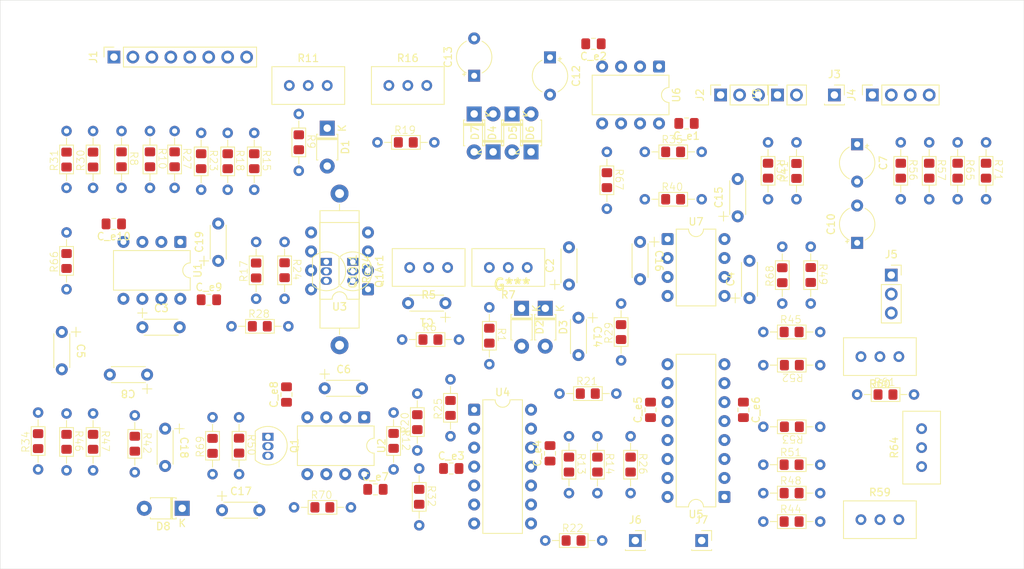
<source format=kicad_pcb>
(kicad_pcb (version 20241229) (generator "pcbnew") (generator_version "9.0")
  (layers (0 "F.Cu" signal) (2 "B.Cu" signal) (13 "F.Paste" user) (15 "B.Paste" user) (5 "F.SilkS" user "F.Silkscreen") (7 "B.SilkS" user "B.Silkscreen") (1 "F.Mask" user) (3 "B.Mask" user) (25 "Edge.Cuts" user))
  (net 0 "")
  (net 1 "Net-(U4A-+)")
  (net 2 "Net-(U4C-+)")
  (net 3 "Net-(C3-Pad2)")
  (net 4 "U1B_c")
  (net 5 "Net-(U7-+)")
  (net 6 "Net-(C4-Pad2)")
  (net 7 "SYNC")
  (net 8 "Net-(C5-Pad2)")
  (net 9 "U1A_c")
  (net 10 "RAW")
  (net 11 "+12V")
  (net 12 "-12V")
  (net 13 "Net-(D5-A)")
  (net 14 "Net-(D4-K)")
  (net 15 "Net-(D2-K)")
  (net 16 "Net-(D8-K)")
  (net 17 "Net-(D8-A)")
  (net 18 "Net-(U2B-+)")
  (net 19 "Net-(U1A--)")
  (net 20 "Net-(C19-Pad2)")
  (net 22 "Net-(D1-K)")
  (net 23 "U1B_b")
  (net 24 "Net-(D2-A)")
  (net 25 "Net-(D3-A)")
  (net 26 "Net-(D5-K)")
  (net 27 "Net-(D6-K)")
  (net 28 "CV1")
  (net 29 "CV3")
  (net 30 "LIN")
  (net 31 "CV2")
  (net 32 "R2P2")
  (net 33 "R3P2")
  (net 34 "CV4")
  (net 35 "R39P3")
  (net 36 "R39P1")
  (net 37 "R39P2")
  (net 38 "SIN")
  (net 39 "R3P1")
  (net 40 "R2P3")
  (net 41 "R2P1")
  (net 42 "R3P3")
  (net 43 "TRI")
  (net 44 "RMP")
  (net 45 "SQR")
  (net 46 "PWM")
  (net 47 "Net-(Q1-G)")
  (net 48 "U1_e")
  (net 49 "Net-(R1-Pad1)")
  (net 50 "Net-(R5-Pad3)")
  (net 51 "Net-(R11-Pad1)")
  (net 52 "Net-(U4A--)")
  (net 53 "Net-(U4C--)")
  (net 54 "Net-(R14-Pad2)")
  (net 55 "Net-(R16-Pad3)")
  (net 56 "Net-(U4B--)")
  (net 57 "Net-(U2B--)")
  (net 58 "Net-(U7--)")
  (net 59 "Net-(R35-Pad2)")
  (net 60 "Net-(R44-Pad1)")
  (net 61 "Net-(R44-Pad2)")
  (net 62 "Net-(R45-Pad1)")
  (net 63 "Net-(U5C-+)")
  (net 64 "Net-(R48-Pad2)")
  (net 65 "Net-(R49-Pad2)")
  (net 66 "Net-(R60-Pad2)")
  (net 67 "Net-(U4D--)")
  (net 74 "Net-(U6B--)")
  (net 75 "Net-(U6A--)")
  (net 79 "GND")
  (footprint "Diode_THT:D_T-1_P5.08mm_Horizontal" (layer "F.Cu") (at 184.15 112.395 -90)
    (property "Reference" "D2" (at 2.54 -2.42 90) (layer "F.SilkS"))
    (property "Value" "1n4118")
    (fp_text user "K" (at 0 -2 90) (layer "F.SilkS"))
    (pad "1" thru_hole rect (at 0 0 270) (size 2 2) (drill 1) (layers "*.Cu" "*.Mask") (net 15 "Net-(D2-K)"))
    (pad "2" thru_hole oval (at 5.08 0 270) (size 2 2) (drill 1) (layers "*.Cu" "*.Mask") (net 24 "Net-(D2-A)"))
  )
  (footprint "custom_footprints:R_SMD_AND_THT" (layer "F.Cu") (at 200.66 97.79)
    (property "Reference" "R40" (at 3.683 -1.651 0) (layer "F.SilkS") (effects (font (thickness 0.1))))
    (property "Value" "10k")
    (pad "1" thru_hole circle (at 0 0) (size 1.4 1.4) (drill 0.7) (layers "*.Cu" "*.Mask") (net 46 "PWM"))
    (pad "1" smd roundrect (at 2.794 0) (size 1.2 1.4) (layers "F.Cu" "F.Mask" "F.Paste") (roundrect_rratio 0.208333) (net 46 "PWM"))
    (pad "2" smd roundrect (at 4.794 0) (size 1.2 1.4) (layers "F.Cu" "F.Mask" "F.Paste") (roundrect_rratio 0.208333) (net 58 "Net-(U7--)"))
    (pad "2" thru_hole oval (at 7.62 0) (size 1.4 1.4) (drill 0.7) (layers "*.Cu" "*.Mask") (net 58 "Net-(U7--)"))
  )
  (footprint "Capacitor_SMD:C_0805_2012Metric_Pad1.18x1.45mm_HandSolder" (layer "F.Cu") (at 187.96 131.826 90)
    (property "Reference" "C_e4" (at 0 -1.68 90) (layer "F.SilkS"))
    (property "Value" "1uf")
    (pad "1" smd roundrect (at -1.0375 0 90) (size 1.175 1.45) (layers "F.Cu" "F.Mask" "F.Paste") (roundrect_rratio 0.212766) (net 12 "-12V"))
    (pad "2" smd roundrect (at 1.0375 0 90) (size 1.175 1.45) (layers "F.Cu" "F.Mask" "F.Paste") (roundrect_rratio 0.212766) (net 79 "GND"))
  )
  (footprint "Resistor_THT:R_Axial_DIN0516_L15.5mm_D5.0mm_P20.32mm_Horizontal" (layer "F.Cu") (at 159.766 97.028 -90)
    (property "Reference" "Re24" (at 10.16 -3.62 90) (layer "F.SilkS"))
    (property "Value" "2k")
    (pad "1" thru_hole circle (at 0 0 270) (size 2.4 2.4) (drill 1.2) (layers "*.Cu" "*.Mask") (net 19 "Net-(U1A--)"))
    (pad "2" thru_hole oval (at 20.32 0 270) (size 2.4 2.4) (drill 1.2) (layers "*.Cu" "*.Mask") (net 20 "Net-(C19-Pad2)"))
  )
  (footprint "Package_DIP:DIP-8_W7.62mm" (layer "F.Cu") (at 163.576 109.855 180)
    (property "Reference" "U3" (at 3.81 -2.33 0) (layer "F.SilkS"))
    (property "Value" "SSM2210")
    (pad "1" thru_hole roundrect (at 0 0 180) (size 1.6 1.6) (drill 0.8) (layers "*.Cu" "*.Mask") (roundrect_rratio 0.15625) (net 9 "U1A_c"))
    (pad "2" thru_hole circle (at 0 2.54 180) (size 1.6 1.6) (drill 0.8) (layers "*.Cu" "*.Mask") (net 79 "GND"))
    (pad "3" thru_hole circle (at 0 5.08 180) (size 1.6 1.6) (drill 0.8) (layers "*.Cu" "*.Mask") (net 48 "U1_e"))
    (pad "4" thru_hole circle (at 0 7.62 180) (size 1.6 1.6) (drill 0.8) (layers "*.Cu" "*.Mask"))
    (pad "5" thru_hole circle (at 7.62 7.62 180) (size 1.6 1.6) (drill 0.8) (layers "*.Cu" "*.Mask"))
    (pad "6" thru_hole circle (at 7.62 5.08 180) (size 1.6 1.6) (drill 0.8) (layers "*.Cu" "*.Mask") (net 48 "U1_e"))
    (pad "7" thru_hole circle (at 7.62 2.54 180) (size 1.6 1.6) (drill 0.8) (layers "*.Cu" "*.Mask") (net 23 "U1B_b"))
    (pad "8" thru_hole circle (at 7.62 0 180) (size 1.6 1.6) (drill 0.8) (layers "*.Cu" "*.Mask") (net 4 "U1B_c"))
  )
  (footprint "Package_TO_SOT_THT:TO-92_Inline" (layer "F.Cu") (at 161.544 106.172 -90)
    (property "Reference" "Q1Ar1" (at 1.27 -3.56 90) (layer "F.SilkS"))
    (property "Value" "2N3904")
    (pad "1" thru_hole rect (at 0 0 270) (size 1.05 1.5) (drill 0.75) (layers "*.Cu" "*.Mask") (net 48 "U1_e"))
    (pad "2" thru_hole oval (at 1.27 0 270) (size 1.05 1.5) (drill 0.75) (layers "*.Cu" "*.Mask") (net 79 "GND"))
    (pad "3" thru_hole oval (at 2.54 0 270) (size 1.05 1.5) (drill 0.75) (layers "*.Cu" "*.Mask") (net 9 "U1A_c"))
  )
  (footprint "MountingHole:MountingHole_3.2mm_M3" (layer "F.Cu") (at 246.38 76.2)
    (property "Reference" "REF**" (hide yes))
    (property "Value" "MountingHole_3.2mm_M3" (hide yes))
    (pad "" np_thru_hole circle (at 0 0) (size 3.2 3.2) (drill 3.2) (layers "*.Cu" "*.Mask"))
  )
  (footprint "custom_footprints:cp_p5.0" (layer "F.Cu") (at 157.774 123.1155)
    (property "Reference" "C6" (at 2.54 -2.54 0) (layer "F.SilkS"))
    (property "Value" "0.005uf")
    (pad "1" thru_hole circle (at 0 0) (size 1.6 1.6) (drill 0.8) (layers "*.Cu" "*.Mask") (net 9 "U1A_c"))
    (pad "2" thru_hole circle (at 5 0) (size 1.6 1.6) (drill 0.8) (layers "*.Cu" "*.Mask") (net 10 "RAW"))
  )
  (footprint "Capacitor_SMD:C_0805_2012Metric_Pad1.18x1.45mm_HandSolder" (layer "F.Cu") (at 213.868 126.0055 -90)
    (property "Reference" "C_e6" (at 0 -1.68 90) (layer "F.SilkS"))
    (property "Value" "1uf")
    (pad "1" smd roundrect (at -1.0375 0 270) (size 1.175 1.45) (layers "F.Cu" "F.Mask" "F.Paste") (roundrect_rratio 0.212766) (net 12 "-12V"))
    (pad "2" smd roundrect (at 1.0375 0 270) (size 1.175 1.45) (layers "F.Cu" "F.Mask" "F.Paste") (roundrect_rratio 0.212766) (net 79 "GND"))
  )
  (footprint "custom_footprints:cp_p5.0" (layer "F.Cu") (at 133.35 114.935)
    (property "Reference" "C3" (at 2.54 -2.54 0) (layer "F.SilkS"))
    (property "Value" "100p")
    (pad "1" thru_hole circle (at 0 0) (size 1.6 1.6) (drill 0.8) (layers "*.Cu" "*.Mask") (net 4 "U1B_c"))
    (pad "2" thru_hole circle (at 5 0) (size 1.6 1.6) (drill 0.8) (layers "*.Cu" "*.Mask") (net 3 "Net-(C3-Pad2)"))
  )
  (footprint "custom_footprints:R_SMD_AND_THT" (layer "F.Cu") (at 170.434 133.858 -90)
    (property "Reference" "R32" (at 3.683 -1.651 270) (layer "F.SilkS") (effects (font (thickness 0.1))))
    (property "Value" "10k")
    (pad "1" thru_hole circle (at 0 0 270) (size 1.4 1.4) (drill 0.7) (layers "*.Cu" "*.Mask") (net 56 "Net-(U4B--)"))
    (pad "1" smd roundrect (at 2.794 0 270) (size 1.2 1.4) (layers "F.Cu" "F.Mask" "F.Paste") (roundrect_rratio 0.208333) (net 56 "Net-(U4B--)"))
    (pad "2" smd roundrect (at 4.794 0 270) (size 1.2 1.4) (layers "F.Cu" "F.Mask" "F.Paste") (roundrect_rratio 0.208333) (net 25 "Net-(D3-A)"))
    (pad "2" thru_hole oval (at 7.62 0 270) (size 1.4 1.4) (drill 0.7) (layers "*.Cu" "*.Mask") (net 25 "Net-(D3-A)"))
  )
  (footprint "Package_DIP:DIP-8_W7.62mm" (layer "F.Cu") (at 138.43 103.505 -90)
    (property "Reference" "U1" (at 3.81 -2.33 90) (layer "F.SilkS"))
    (property "Value" "OP275")
    (pad "1" thru_hole roundrect (at 0 0 270) (size 1.6 1.6) (drill 0.8) (layers "*.Cu" "*.Mask") (roundrect_rratio 0.15625) (net 20 "Net-(C19-Pad2)"))
    (pad "2" thru_hole circle (at 0 2.54 270) (size 1.6 1.6) (drill 0.8) (layers "*.Cu" "*.Mask") (net 19 "Net-(U1A--)"))
    (pad "3" thru_hole circle (at 0 5.08 270) (size 1.6 1.6) (drill 0.8) (layers "*.Cu" "*.Mask") (net 79 "GND"))
    (pad "4" thru_hole circle (at 0 7.62 270) (size 1.6 1.6) (drill 0.8) (layers "*.Cu" "*.Mask") (net 12 "-12V"))
    (pad "5" thru_hole circle (at 7.62 7.62 270) (size 1.6 1.6) (drill 0.8) (layers "*.Cu" "*.Mask") (net 79 "GND"))
    (pad "6" thru_hole circle (at 7.62 5.08 270) (size 1.6 1.6) (drill 0.8) (layers "*.Cu" "*.Mask") (net 4 "U1B_c"))
    (pad "7" thru_hole circle (at 7.62 2.54 270) (size 1.6 1.6) (drill 0.8) (layers "*.Cu" "*.Mask") (net 3 "Net-(C3-Pad2)"))
    (pad "8" thru_hole circle (at 7.62 0 270) (size 1.6 1.6) (drill 0.8) (layers "*.Cu" "*.Mask") (net 11 "+12V"))
  )
  (footprint "custom_footprints:R_SMD_AND_THT" (layer "F.Cu") (at 179.832 112.268 -90)
    (property "Reference" "R1" (at 3.683 -1.651 270) (layer "F.SilkS") (effects (font (thickness 0.1))))
    (property "Value" "100k")
    (pad "1" thru_hole circle (at 0 0 270) (size 1.4 1.4) (drill 0.7) (layers "*.Cu" "*.Mask") (net 49 "Net-(R1-Pad1)"))
    (pad "1" smd roundrect (at 2.794 0 270) (size 1.2 1.4) (layers "F.Cu" "F.Mask" "F.Paste") (roundrect_rratio 0.208333) (net 49 "Net-(R1-Pad1)"))
    (pad "2" smd roundrect (at 4.794 0 270) (size 1.2 1.4) (layers "F.Cu" "F.Mask" "F.Paste") (roundrect_rratio 0.208333) (net 11 "+12V"))
    (pad "2" thru_hole oval (at 7.62 0 270) (size 1.4 1.4) (drill 0.7) (layers "*.Cu" "*.Mask") (net 11 "+12V"))
  )
  (footprint "custom_footprints:R_SMD_AND_THT" (layer "F.Cu") (at 246.38 90.17 -90)
    (property "Reference" "R71" (at 3.683 -1.651 270) (layer "F.SilkS") (effects (font (thickness 0.1))))
    (property "Value" "10K")
    (pad "1" thru_hole circle (at 0 0 270) (size 1.4 1.4) (drill 0.7) (layers "*.Cu" "*.Mask") (net 41 "R2P1"))
    (pad "1" smd roundrect (at 2.794 0 270) (size 1.2 1.4) (layers "F.Cu" "F.Mask" "F.Paste") (roundrect_rratio 0.208333) (net 41 "R2P1"))
    (pad "2" smd roundrect (at 4.794 0 270) (size 1.2 1.4) (layers "F.Cu" "F.Mask" "F.Paste") (roundrect_rratio 0.208333) (net 12 "-12V"))
    (pad "2" thru_hole oval (at 7.62 0 270) (size 1.4 1.4) (drill 0.7) (layers "*.Cu" "*.Mask") (net 12 "-12V"))
  )
  (footprint "Package_TO_SOT_THT:TO-92L_Inline" (layer "F.Cu") (at 150.172 129.61 -90)
    (property "Reference" "Q1" (at 1.19 -3.56 90) (layer "F.SilkS"))
    (property "Value" "PN4391")
    (pad "1" thru_hole rect (at 0 0 270) (size 1.05 1.5) (drill 0.75) (layers "*.Cu" "*.Mask") (net 9 "U1A_c"))
    (pad "2" thru_hole oval (at 1.27 0 270) (size 1.05 1.5) (drill 0.75) (layers "*.Cu" "*.Mask") (net 10 "RAW"))
    (pad "3" thru_hole oval (at 2.54 0 270) (size 1.05 1.5) (drill 0.75) (layers "*.Cu" "*.Mask") (net 47 "Net-(Q1-G)"))
  )
  (footprint "custom_footprints:R_SMD_AND_THT" (layer "F.Cu") (at 148.59 111.125 90)
    (property "Reference" "R17" (at 3.683 -1.651 90) (layer "F.SilkS") (effects (font (thickness 0.1))))
    (property "Value" "10K")
    (pad "1" thru_hole circle (at 0 0 90) (size 1.4 1.4) (drill 0.7) (layers "*.Cu" "*.Mask") (net 3 "Net-(C3-Pad2)"))
    (pad "1" smd roundrect (at 2.794 0 90) (size 1.2 1.4) (layers "F.Cu" "F.Mask" "F.Paste") (roundrect_rratio 0.208333) (net 3 "Net-(C3-Pad2)"))
    (pad "2" smd roundrect (at 4.794 0 90) (size 1.2 1.4) (layers "F.Cu" "F.Mask" "F.Paste") (roundrect_rratio 0.208333) (net 48 "U1_e"))
    (pad "2" thru_hole oval (at 7.62 0 90) (size 1.4 1.4) (drill 0.7) (layers "*.Cu" "*.Mask") (net 48 "U1_e"))
  )
  (footprint "Connector_PinSocket_2.54mm:PinSocket_1x01_P2.54mm_Vertical" (layer "F.Cu") (at 226.06 83.82)
    (property "Reference" "J3" (at 0 -2.77 0) (layer "F.SilkS"))
    (property "Value" "Conn_01x01_Pin")
    (pad "1" thru_hole rect (at 0 0) (size 1.7 1.7) (drill 1) (layers "*.Cu" "*.Mask") (net 38 "SIN"))
  )
  (footprint "Capacitor_SMD:C_0805_2012Metric_Pad1.18x1.45mm_HandSolder" (layer "F.Cu") (at 206.248 87.63 180)
    (property "Reference" "C_e1" (at 0 -1.68 0) (layer "F.SilkS"))
    (property "Value" "1uf")
    (pad "1" smd roundrect (at -1.0375 0 180) (size 1.175 1.45) (layers "F.Cu" "F.Mask" "F.Paste") (roundrect_rratio 0.212766) (net 79 "GND"))
    (pad "2" smd roundrect (at 1.0375 0 180) (size 1.175 1.45) (layers "F.Cu" "F.Mask" "F.Paste") (roundrect_rratio 0.212766) (net 11 "+12V"))
  )
  (footprint "custom_footprints:R_SMD_AND_THT" (layer "F.Cu") (at 141.224 88.9 -90)
    (property "Reference" "R23" (at 3.683 -1.651 270) (layer "F.SilkS") (effects (font (thickness 0.1))))
    (property "Value" "100k")
    (pad "1" thru_hole circle (at 0 0 270) (size 1.4 1.4) (drill 0.7) (layers "*.Cu" "*.Mask") (net 29 "CV3"))
    (pad "1" smd roundrect (at 2.794 0 270) (size 1.2 1.4) (layers "F.Cu" "F.Mask" "F.Paste") (roundrect_rratio 0.208333) (net 29 "CV3"))
    (pad "2" smd roundrect (at 4.794 0 270) (size 1.2 1.4) (layers "F.Cu" "F.Mask" "F.Paste") (roundrect_rratio 0.208333) (net 19 "Net-(U1A--)"))
    (pad "2" thru_hole oval (at 7.62 0 270) (size 1.4 1.4) (drill 0.7) (layers "*.Cu" "*.Mask") (net 19 "Net-(U1A--)"))
  )
  (footprint "Potentiometer_THT:Potentiometer_Bourns_3296W_Vertical" (layer "F.Cu") (at 234.696 140.716)
    (property "Reference" "R59" (at -2.54 -3.66 0) (layer "F.SilkS"))
    (property "Value" "1M")
    (pad "1" thru_hole circle (at 0 0) (size 1.44 1.44) (drill 0.8) (layers "*.Cu" "*.Mask") (net 61 "Net-(R44-Pad2)"))
    (pad "2" thru_hole circle (at -2.54 0) (size 1.44 1.44) (drill 0.8) (layers "*.Cu" "*.Mask") (net 61 "Net-(R44-Pad2)"))
    (pad "3" thru_hole circle (at -5.08 0) (size 1.44 1.44) (drill 0.8) (layers "*.Cu" "*.Mask") (net 11 "+12V"))
  )
  (footprint "Package_DIP:DIP-8_W7.62mm" (layer "F.Cu") (at 203.713 103.124)
    (property "Reference" "U7" (at 3.81 -2.33 0) (layer "F.SilkS"))
    (property "Value" "TL071")
    (pad "1" thru_hole roundrect (at 0 0) (size 1.6 1.6) (drill 0.8) (layers "*.Cu" "*.Mask") (roundrect_rratio 0.15625))
    (pad "2" thru_hole circle (at 0 2.54) (size 1.6 1.6) (drill 0.8) (layers "*.Cu" "*.Mask") (net 58 "Net-(U7--)"))
    (pad "3" thru_hole circle (at 0 5.08) (size 1.6 1.6) (drill 0.8) (layers "*.Cu" "*.Mask") (net 5 "Net-(U7-+)"))
    (pad "4" thru_hole circle (at 0 7.62) (size 1.6 1.6) (drill 0.8) (layers "*.Cu" "*.Mask") (net 12 "-12V"))
    (pad "5" thru_hole circle (at 7.62 7.62) (size 1.6 1.6) (drill 0.8) (layers "*.Cu" "*.Mask"))
    (pad "6" thru_hole circle (at 7.62 5.08) (size 1.6 1.6) (drill 0.8) (layers "*.Cu" "*.Mask") (net 6 "Net-(C4-Pad2)"))
    (pad "7" thru_hole circle (at 7.62 2.54) (size 1.6 1.6) (drill 0.8) (layers "*.Cu" "*.Mask") (net 11 "+12V"))
    (pad "8" thru_hole circle (at 7.62 0) (size 1.6 1.6) (drill 0.8) (layers "*.Cu" "*.Mask"))
  )
  (footprint "custom_footprints:R_SMD_AND_THT" (layer "F.Cu") (at 174.625 129.54 90)
    (property "Reference" "R25" (at 3.683 -1.651 90) (layer "F.SilkS") (effects (font (thickness 0.1))))
    (property "Value" "10k")
    (pad "1" thru_hole circle (at 0 0 90) (size 1.4 1.4) (drill 0.7) (layers "*.Cu" "*.Mask") (net 56 "Net-(U4B--)"))
    (pad "1" smd roundrect (at 2.794 0 90) (size 1.2 1.4) (layers "F.Cu" "F.Mask" "F.Paste") (roundrect_rratio 0.208333) (net 56 "Net-(U4B--)"))
    (pad "2" smd roundrect (at 4.794 0 90) (size 1.2 1.4) (layers "F.Cu" "F.Mask" "F.Paste") (roundrect_rratio 0.208333) (net 24 "Net-(D2-A)"))
    (pad "2" thru_hole oval (at 7.62 0 90) (size 1.4 1.4) (drill 0.7) (layers "*.Cu" "*.Mask") (net 24 "Net-(D2-A)"))
  )
  (footprint "custom_footprints:R_SMD_AND_THT" (layer "F.Cu") (at 146.304 127 -90)
    (property "Reference" "R50" (at 3.683 -1.651 270) (layer "F.SilkS") (effects (font (thickness 0.1))))
    (property "Value" "100k")
    (pad "1" thru_hole circle (at 0 0 270) (size 1.4 1.4) (drill 0.7) (layers "*.Cu" "*.Mask") (net 47 "Net-(Q1-G)"))
    (pad "1" smd roundrect (at 2.794 0 270) (size 1.2 1.4) (layers "F.Cu" "F.Mask" "F.Paste") (roundrect_rratio 0.208333) (net 47 "Net-(Q1-G)"))
    (pad "2" smd roundrect (at 4.794 0 270) (size 1.2 1.4) (layers "F.Cu" "F.Mask" "F.Paste") (roundrect_rratio 0.208333) (net 16 "Net-(D8-K)"))
    (pad "2" thru_hole oval (at 7.62 0 270) (size 1.4 1.4) (drill 0.7) (layers "*.Cu" "*.Mask") (net 16 "Net-(D8-K)"))
  )
  (footprint "Capacitor_SMD:C_0805_2012Metric_Pad1.18x1.45mm_HandSolder" (layer "F.Cu") (at 129.5185 101.092 180)
    (property "Reference" "C_e10" (at 0 -1.68 0) (layer "F.SilkS"))
    (property "Value" "1uf")
    (pad "1" smd roundrect (at -1.0375 0 180) (size 1.175 1.45) (layers "F.Cu" "F.Mask" "F.Paste") (roundrect_rratio 0.212766) (net 12 "-12V"))
    (pad "2" smd roundrect (at 1.0375 0 180) (size 1.175 1.45) (layers "F.Cu" "F.Mask" "F.Paste") (roundrect_rratio 0.212766) (net 79 "GND"))
  )
  (footprint "custom_footprints:R_SMD_AND_THT" (layer "F.Cu") (at 167.005 126.365 -90)
    (property "Reference" "R12" (at 3.683 -1.651 270) (layer "F.SilkS") (effects (font (thickness 0.1))))
    (property "Value" "10k")
    (pad "1" thru_hole circle (at 0 0 270) (size 1.4 1.4) (drill 0.7) (layers "*.Cu" "*.Mask") (net 10 "RAW"))
    (pad "1" smd roundrect (at 2.794 0 270) (size 1.2 1.4) (layers "F.Cu" "F.Mask" "F.Paste") (roundrect_rratio 0.208333) (net 10 "RAW"))
    (pad "2" smd roundrect (at 4.794 0 270) (size 1.2 1.4) (layers "F.Cu" "F.Mask" "F.Paste") (roundrect_rratio 0.208333) (net 52 "Net-(U4A--)"))
    (pad "2" thru_hole oval (at 7.62 0 270) (size 1.4 1.4) (drill 0.7) (layers "*.Cu" "*.Mask") (net 52 "Net-(U4A--)"))
  )
  (footprint "custom_footprints:R_SMD_AND_THT" (layer "F.Cu") (at 216.535 133.35)
    (property "Reference" "R51" (at 3.683 -1.651 0) (layer "F.SilkS") (effects (font (thickness 0.1))))
    (property "Value" "1k")
    (pad "1" thru_hole circle (at 0 0) (size 1.4 1.4) (drill 0.7) (layers "*.Cu" "*.Mask") (net 79 "GND"))
    (pad "1" smd roundrect (at 2.794 0) (size 1.2 1.4) (layers "F.Cu" "F.Mask" "F.Paste") (roundrect_rratio 0.208333) (net 79 "GND"))
    (pad "2" smd roundrect (at 4.794 0) (size 1.2 1.4) (layers "F.Cu" "F.Mask" "F.Paste") (roundrect_rratio 0.208333) (net 63 "Net-(U5C-+)"))
    (pad "2" thru_hole oval (at 7.62 0) (size 1.4 1.4) (drill 0.7) (layers "*.Cu" "*.Mask") (net 63 "Net-(U5C-+)"))
  )
  (footprint "Connector_PinSocket_2.54mm:PinSocket_1x03_P2.54mm_Vertical" (layer "F.Cu") (at 210.82 83.82 90)
    (property "Reference" "J2" (at 0 -2.77 90) (layer "F.SilkS"))
    (property "Value" "Conn_01x03_Pin")
    (pad "1" thru_hole rect (at 0 0 90) (size 1.7 1.7) (drill 1) (layers "*.Cu" "*.Mask") (net 36 "R39P1"))
    (pad "2" thru_hole circle (at 0 2.54 90) (size 1.7 1.7) (drill 1) (layers "*.Cu" "*.Mask") (net 37 "R39P2"))
    (pad "3" thru_hole circle (at 0 5.08 90) (size 1.7 1.7) (drill 1) (layers "*.Cu" "*.Mask") (net 35 "R39P3"))
  )
  (footprint "Diode_THT:D_T-1_P5.08mm_Horizontal" (layer "F.Cu") (at 138.684 139.192 180)
    (property "Reference" "D8" (at 2.54 -2.42 0) (layer "F.SilkS"))
    (property "Value" "D")
    (fp_text user "K" (at 0 -2 0) (layer "F.SilkS"))
    (pad "1" thru_hole rect (at 0 0 180) (size 2 2) (drill 1) (layers "*.Cu" "*.Mask") (net 16 "Net-(D8-K)"))
    (pad "2" thru_hole oval (at 5.08 0 180) (size 2 2) (drill 1) (layers "*.Cu" "*.Mask") (net 17 "Net-(D8-A)"))
  )
  (footprint "custom_footprints:R_SMD_AND_THT" (layer "F.Cu") (at 153.67 139.065)
    (property "Reference" "R70" (at 3.683 -1.651 0) (layer "F.SilkS") (effects (font (thickness 0.1))))
    (property "Value" "18K")
    (pad "1" thru_hole circle (at 0 0) (size 1.4 1.4) (drill 0.7) (layers "*.Cu" "*.Mask") (net 12 "-12V"))
    (pad "1" smd roundrect (at 2.794 0) (size 1.2 1.4) (layers "F.Cu" "F.Mask" "F.Paste") (roundrect_rratio 0.208333) (net 12 "-12V"))
    (pad "2" smd roundrect (at 4.794 0) (size 1.2 1.4) (layers "F.Cu" "F.Mask" "F.Paste") (roundrect_rratio 0.208333) (net 16 "Net-(D8-K)"))
    (pad "2" thru_hole oval (at 7.62 0) (size 1.4 1.4) (drill 0.7) (layers "*.Cu" "*.Mask") (net 16 "Net-(D8-K)"))
  )
  (footprint "custom_footprints:cp_p5.0" (layer "F.Cu") (at 133.985 121.285 180)
    (property "Reference" "C8" (at 2.54 -2.54 180) (layer "F.SilkS"))
    (property "Value" "0.1uf")
    (pad "1" thru_hole circle (at 0 0 180) (size 1.6 1.6) (drill 0.8) (layers "*.Cu" "*.Mask") (net 11 "+12V"))
    (pad "2" thru_hole circle (at 5 0 180) (size 1.6 1.6) (drill 0.8) (layers "*.Cu" "*.Mask") (net 79 "GND"))
  )
  (footprint "custom_footprints:R_SMD_AND_THT" (layer "F.Cu") (at 170.18 131.445 90)
    (property "Reference" "R20" (at 3.683 -1.651 90) (layer "F.SilkS") (effects (font (thickness 0.1))))
    (property "Value" "47k")
    (pad "1" thru_hole circle (at 0 0 90) (size 1.4 1.4) (drill 0.7) (layers "*.Cu" "*.Mask") (net 52 "Net-(U4A--)"))
    (pad "1" smd roundrect (at 2.794 0 90) (size 1.2 1.4) (layers "F.Cu" "F.Mask" "F.Paste") (roundrect_rratio 0.208333) (net 52 "Net-(U4A--)"))
    (pad "2" smd roundrect (at 4.794 0 90) (size 1.2 1.4) (layers "F.Cu" "F.Mask" "F.Paste") (roundrect_rratio 0.208333) (net 24 "Net-(D2-A)"))
    (pad "2" thru_hole oval (at 7.62 0 90) (size 1.4 1.4) (drill 0.7) (layers "*.Cu" "*.Mask") (net 24 "Net-(D2-A)"))
  )
  (footprint "custom_footprints:R_SMD_AND_THT" (layer "F.Cu") (at 144.78 88.9 -90)
    (property "Reference" "R18" (at 3.683 -1.651 270) (layer "F.SilkS") (effects (font (thickness 0.1))))
    (property "Value" "100k")
    (pad "1" thru_hole circle (at 0 0 270) (size 1.4 1.4) (drill 0.7) (layers "*.Cu" "*.Mask") (net 31 "CV2"))
    (pad "1" smd roundrect (at 2.794 0 270) (size 1.2 1.4) (layers "F.Cu" "F.Mask" "F.Paste") (roundrect_rratio 0.208333) (net 31 "CV2"))
    (pad "2" smd roundrect (at 4.794 0 270) (size 1.2 1.4) (layers "F.Cu" "F.Mask" "F.Paste") (roundrect_rratio 0.208333) (net 19 "Net-(U1A--)"))
    (pad "2" thru_hole oval (at 7.62 0 270) (size 1.4 1.4) (drill 0.7) (layers "*.Cu" "*.Mask") (net 19 "Net-(U1A--)"))
  )
  (footprint "custom_footprints:R_SMD_AND_THT" (layer "F.Cu") (at 234.95 90.17 -90)
    (property "Reference" "R56" (at 3.683 -1.651 270) (layer "F.SilkS") (effects (font (thickness 0.1))))
    (property "Value" "200K")
    (pad "1" thru_hole circle (at 0 0 270) (size 1.4 1.4) (drill 0.7) (layers "*.Cu" "*.Mask") (net 39 "R3P1"))
    (pad "1" smd roundrect (at 2.794 0 270) (size 1.2 1.4) (layers "F.Cu" "F.Mask" "F.Paste") (roundrect_rratio 0.208333) (net 39 "R3P1"))
    (pad "2" smd roundrect (at 4.794 0 270) (size 1.2 1.4) (layers "F.Cu" "F.Mask" "F.Paste") (roundrect_rratio 0.208333) (net 12 "-12V"))
    (pad "2" thru_hole oval (at 7.62 0 270) (size 1.4 1.4) (drill 0.7) (layers "*.Cu" "*.Mask") (net 12 "-12V"))
  )
  (footprint "MountingHole:MountingHole_3.2mm_M3" (layer "F.Cu") (at 119.38 76.2)
    (property "Reference" "REF**" (hide yes))
    (property "Value" "MountingHole_3.2mm_M3" (hide yes))
    (pad "" np_thru_hole circle (at 0 0) (size 3.2 3.2) (drill 3.2) (layers "*.Cu" "*.Mask"))
  )
  (footprint "custom_footprints:cp_p5.0" (layer "F.Cu") (at 173.95 111.7075 180)
    (property "Reference" "C1" (at 2.54 -2.54 180) (layer "F.SilkS"))
    (property "Value" "0.1uf")
    (pad "1" thru_hole circle (at 0 0 180) (size 1.6 1.6) (drill 0.8) (layers "*.Cu" "*.Mask") (net 1 "Net-(U4A-+)"))
    (pad "2" thru_hole circle (at 5 0 180) (size 1.6 1.6) (drill 0.8) (layers "*.Cu" "*.Mask") (net 79 "GND"))
  )
  (footprint "custom_footprints:R_SMD_AND_THT" (layer "F.Cu") (at 216.535 140.97)
    (property "Reference" "R44" (at 3.683 -1.651 0) (layer "F.SilkS") (effects (font (thickness 0.1))))
    (property "Value" "100k")
    (pad "1" thru_hole circle (at 0 0) (size 1.4 1.4) (drill 0.7) (layers "*.Cu" "*.Mask") (net 60 "Net-(R44-Pad1)"))
    (pad "1" smd roundrect (at 2.794 0) (size 1.2 1.4) (layers "F.Cu" "F.Mask" "F.Paste") (roundrect_rratio 0.208333) (net 60 "Net-(R44-Pad1)"))
    (pad "2" smd roundrect (at 4.794 0) (size 1.2 1.4) (layers "F.Cu" "F.Mask" "F.Paste") (roundrect_rratio 0.208333) (net 61 "Net-(R44-Pad2)"))
    (pad "2" thru_hole oval (at 7.62 0) (size 1.4 1.4) (drill 0.7) (layers "*.Cu" "*.Mask") (net 61 "Net-(R44-Pad2)"))
  )
  (footprint "Diode_THT:D_T-1_P5.08mm_Horizontal" (layer "F.Cu") (at 182.88 86.36 -90)
    (property "Reference" "D6" (at 2.54 -2.42 90) (layer "F.SilkS"))
    (property "Value" "1n4118")
    (fp_text user "K" (at 0 -2 90) (layer "F.SilkS"))
    (pad "1" thru_hole rect (at 0 0 270) (size 2 2) (drill 1) (layers "*.Cu" "*.Mask") (net 27 "Net-(D6-K)"))
    (pad "2" thru_hole oval (at 5.08 0 270) (size 2 2) (drill 1) (layers "*.Cu" "*.Mask") (net 26 "Net-(D5-K)"))
  )
  (footprint "custom_footprints:R_SMD_AND_THT" (layer "F.Cu") (at 119.38 133.985 90)
    (property "Reference" "R34" (at 3.683 -1.651 90) (layer "F.SilkS") (effects (font (thickness 0.1))))
    (property "Value" "1K")
    (pad "1" thru_hole circle (at 0 0 90) (size 1.4 1.4) (drill 0.7) (layers "*.Cu" "*.Mask") (net 57 "Net-(U2B--)"))
    (pad "1" smd roundrect (at 2.794 0 90) (size 1.2 1.4) (layers "F.Cu" "F.Mask" "F.Paste") (roundrect_rratio 0.208333) (net 57 "Net-(U2B--)"))
    (pad "2" smd roundrect (at 4.794 0 90) (size 1.2 1.4) (layers "F.Cu" "F.Mask" "F.Paste") (roundrect_rratio 0.208333) (net 8 "Net-(C5-Pad2)"))
    (pad "2" thru_hole oval (at 7.62 0 90) (size 1.4 1.4) (drill 0.7) (layers "*.Cu" "*.Mask") (net 8 "Net-(C5-Pad2)"))
  )
  (footprint "custom_footprints:R_SMD_AND_THT" (layer "F.Cu") (at 123.19 96.266 90)
    (property "Reference" "R31" (at 3.683 -1.651 90) (layer "F.SilkS") (effects (font (thickness 0.1))))
    (property "Value" "100K")
    (pad "1" thru_hole circle (at 0 0 90) (size 1.4 1.4) (drill 0.7) (layers "*.Cu" "*.Mask") (net 79 "GND"))
    (pad "1" smd roundrect (at 2.794 0 90) (size 1.2 1.4) (layers "F.Cu" "F.Mask" "F.Paste") (roundrect_rratio 0.208333) (net 79 "GND"))
    (pad "2" smd roundrect (at 4.794 0 90) (size 1.2 1.4) (layers "F.Cu" "F.Mask" "F.Paste") (roundrect_rratio 0.208333) (net 30 "LIN"))
    (pad "2" thru_hole oval (at 7.62 0 90) (size 1.4 1.4) (drill 0.7) (layers "*.Cu" "*.Mask") (net 30 "LIN"))
  )
  (footprint "Potentiometer_THT:Potentiometer_Bourns_3296W_Vertical" (layer "F.Cu") (at 158.115 82.55)
    (property "Reference" "R11" (at -2.54 -3.66 0) (layer "F.SilkS"))
    (property "Value" "20k")
    (pad "1" thru_hole circle (at 0 0) (size 1.44 1.44) (drill 0.8) (layers "*.Cu" "*.Mask") (net 51 "Net-(R11-Pad1)"))
    (pad "2" thru_hole circle (at -2.54 0) (size 1.44 1.44) (drill 0.8) (layers "*.Cu" "*.Mask") (net 51 "Net-(R11-Pad1)"))
    (pad "3" thru_hole circle (at -5.08 0) (size 1.44 1.44) (drill 0.8) (layers "*.Cu" "*.Mask") (net 3 "Net-(C3-Pad2)"))
  )
  (footprint "custom_footprints:R_SMD_AND_THT" (layer "F.Cu") (at 217.17 90.17 -90)
    (property "Reference" "R36" (at 3.683 -1.651 270) (layer "F.SilkS") (effects (font (thickness 0.1))))
    (property "Value" "4.7k")
    (pad "1" thru_hole circle (at 0 0 270) (size 1.4 1.4) (drill 0.7) (layers "*.Cu" "*.Mask") (net 45 "SQR"))
    (pad "1" smd roundrect (at 2.794 0 270) (size 1.2 1.4) (layers "F.Cu" "F.Mask" "F.Paste") (roundrect_rratio 0.208333) (net 45 "SQR"))
    (pad "2" smd roundrect (at 4.794 0 270) (size 1.2 1.4) (layers "F.Cu" "F.Mask" "F.Paste") (roundrect_rratio 0.208333) (net 6 "Net-(C4-Pad2)"))
    (pad "2" thru_hole oval (at 7.62 0 270) (size 1.4 1.4) (drill 0.7) (layers "*.Cu" "*.Mask") (net 6 "Net-(C4-Pad2)"))
  )
  (footprint "custom_footprints:R_SMD_AND_THT" (layer "F.Cu") (at 148.336 88.9 -90)
    (property "Reference" "R15" (at 3.683 -1.651 270) (layer "F.SilkS") (effects (font (thickness 0.1))))
    (property "Value" "100k")
    (pad "1" thru_hole circle (at 0 0 270) (size 1.4 1.4) (drill 0.7) (layers "*.Cu" "*.Mask") (net 28 "CV1"))
    (pad "1" smd roundrect (at 2.794 0 270) (size 1.2 1.4) (layers "F.Cu" "F.Mask" "F.Paste") (roundrect_rratio 0.208333) (net 28 "CV1"))
    (pad "2" smd roundrect (at 4.794 0 270) (size 1.2 1.4) (layers "F.Cu" "F.Mask" "F.Paste") (roundrect_rratio 0.208333) (net 19 "Net-(U1A--)"))
    (pad "2" thru_hole oval (at 7.62 0 270) (size 1.4 1.4) (drill 0.7) (layers "*.Cu" "*.Mask") (net 19 "Net-(U1A--)"))
  )
  (footprint "custom_footprints:R_SMD_AND_THT" (layer "F.Cu") (at 219.075 111.76 90)
    (property "Reference" "R68" (at 3.683 -1.651 90) (layer "F.SilkS") (effects (font (thickness 0.1))))
    (property "Value" "10M")
    (pad "1" thru_hole circle (at 0 0 90) (size 1.4 1.4) (drill 0.7) (layers "*.Cu" "*.Mask") (net 5 "Net-(U7-+)"))
    (pad "1" smd roundrect (at 2.794 0 90) (size 1.2 1.4) (layers "F.Cu" "F.Mask" "F.Paste") (roundrect_rratio 0.208333) (net 5 "Net-(U7-+)"))
    (pad "2" smd roundrect (at 4.794 0 90) (size 1.2 1.4) (layers "F.Cu" "F.Mask" "F.Paste") (roundrect_rratio 0.208333) (net 6 "Net-(C4-Pad2)"))
    (pad "2" thru_hole oval (at 7.62 0 90) (size 1.4 1.4) (drill 0.7) (layers "*.Cu" "*.Mask") (net 6 "Net-(C4-Pad2)"))
  )
  (footprint "Potentiometer_THT:Potentiometer_Bourns_3296W_Vertical" (layer "F.Cu") (at 179.832 106.934 180)
    (property "Reference" "R7" (at -2.54 -3.66 0) (layer "F.SilkS"))
    (property "Value" "10k")
    (pad "1" thru_hole circle (at 0 0 180) (size 1.44 1.44) (drill 0.8) (layers "*.Cu" "*.Mask") (net 79 "GND"))
    (pad "2" thru_hole circle (at -2.54 0 180) (size 1.44 1.44) (drill 0.8) (layers "*.Cu" "*.Mask") (net 2 "Net-(U4C-+)"))
    (pad "3" thru_hole circle (at -5.08 0 180) (size 1.44 1.44) (drill 0.8) (layers "*.Cu" "*.Mask") (net 49 "Net-(R1-Pad1)"))
  )
  (footprint "custom_footprints:R_SMD_AND_THT" (layer "F.Cu") (at 137.668 88.646 -90)
    (property "Reference" "R27" (at 3.683 -1.651 270) (layer "F.SilkS") (effects (font (thickness 0.1))))
    (property "Value" "100k")
    (pad "1" thru_hole circle (at 0 0 270) (size 1.4 1.4) (drill 0.7) (layers "*.Cu" "*.Mask") (net 34 "CV4"))
    (pad "1" smd roundrect (at 2.794 0 270) (size 1.2 1.4) (layers "F.Cu" "F.Mask" "F.Paste") (roundrect_rratio 0.208333) (net 34 "CV4"))
    (pad "2" smd roundrect (at 4.794 0 270) (size 1.2 1.4) (layers "F.Cu" "F.Mask" "F.Paste") (roundrect_rratio 0.208333) (net 19 "Net-(U1A--)"))
    (pad "2" thru_hole oval (at 7.62 0 270) (size 1.4 1.4) (drill 0.7) (layers "*.Cu" "*.Mask") (net 19 "Net-(U1A--)"))
  )
  (footprint "Package_DIP:DIP-8_W7.62mm" (layer "F.Cu") (at 163.068 127 -90)
    (property "Reference" "U2" (at 3.81 -2.33 90) (layer "F.SilkS"))
    (property "Value" "TL072")
    (pad "1" thru_hole roundrect (at 0 0 270) (size 1.6 1.6) (drill 0.8) (layers "*.Cu" "*.Mask") (roundrect_rratio 0.15625) (net 10 "RAW"))
    (pad "2" thru_hole circle (at 0 2.54 270) (size 1.6 1.6) (drill 0.8) (layers "*.Cu" "*.Mask") (net 9 "U1A_c"))
    (pad "3" thru_hole circle (at 0 5.08 270) (size 1.6 1.6) (drill 0.8) (layers "*.Cu" "*.Mask") (net 79 "GND"))
    (pad "4" thru_hole circle (at 0 7.62 270) (size 1.6 1.6) (drill 0.8) (layers "*.Cu" "*.Mask") (net 12 "-12V"))
    (pad "5" thru_hole circle (at 7.62 7.62 270) (size 1.6 1.6) (drill 0.8) (layers "*.Cu" "*.Mask") (net 18 "Net-(U2B-+)"))
    (pad "6" thru_hole circle (at 7.62 5.08 270) (size 1.6 1.6) (drill 0.8) (layers "*.Cu" "*.Mask") (net 57 "Net-(U2B--)"))
    (pad "7" thru_hole circle (at 7.62 2.54 270) (size 1.6 1.6) (drill 0.8) (layers "*.Cu" "*.Mask") (net 17 "Net-(D8-A)"))
    (pad "8" thru_hole circle (at 7.62 0 270) (size 1.6 1.6) (drill 0.8) (layers "*.Cu" "*.Mask") (net 11 "+12V"))
  )
  (footprint "custom_footprints:R_SMD_AND_THT" (layer "F.Cu") (at 197.485 119.38 90)
    (property "Reference" "R29" (at 3.683 -1.651 90) (layer "F.SilkS") (effects (font (thickness 0.1))))
    (property "Value" "100k")
    (pad "1" thru_hole circle (at 0 0 90) (size 1.4 1.4) (drill 0.7) (layers "*.Cu" "*.Mask") (net 25 "Net-(D3-A)"))
    (pad "1" smd roundrect (at 2.794 0 90) (size 1.2 1.4) (layers "F.Cu" "F.Mask" "F.Paste") (roundrect_rratio 0.208333) (net 25 "Net-(D3-A)"))
    (pad "2" smd roundrect (at 4.794 0 90) (size 1.2 1.4) (layers "F.Cu" "F.Mask" "F.Paste") (roundrect_rratio 0.208333) (net 5 "Net-(U7-+)"))
    (pad "2" thru_hole oval (at 7.62 0 90) (size 1.4 1.4) (drill 0.7) (layers "*.Cu" "*.Mask") (net 5 "Net-(U7-+)"))
  )
  (footprint "custom_footprints:R_SMD_AND_THT" (layer "F.Cu") (at 190.5 129.54 -90)
    (property "Reference" "R13" (at 3.683 -1.651 270) (layer "F.SilkS") (effects (font (thickness 0.1))))
    (property "Value" "10k")
    (pad "1" thru_hole circle (at 0 0 270) (size 1.4 1.4) (drill 0.7) (layers "*.Cu" "*.Mask") (net 15 "Net-(D2-K)"))
    (pad "1" smd roundrect (at 2.794 0 270) (size 1.2 1.4) (layers "F.Cu" "F.Mask" "F.Paste") (roundrect_rratio 0.208333) (net 15 "Net-(D2-K)"))
    (pad "2" smd roundrect (at 4.794 0 270) (size 1.2 1.4) (layers "F.Cu" "F.Mask" "F.Paste") (roundrect_rratio 0.208333) (net 53 "Net-(U4C--)"))
    (pad "2" thru_hole oval (at 7.62 0 270) (size 1.4 1.4) (drill 0.7) (layers "*.Cu" "*.Mask") (net 53 "Net-(U4C--)"))
  )
  (footprint "Capacitor_SMD:C_0805_2012Metric_Pad1.18x1.45mm_HandSolder" (layer "F.Cu") (at 142.2615 111.252)
    (property "Reference" "C_e9" (at 0 -1.68 0) (layer "F.SilkS"))
    (property "Value" "1uf")
    (pad "1" smd roundrect (at -1.0375 0) (size 1.175 1.45) (layers "F.Cu" "F.Mask" "F.Paste") (roundrect_rratio 0.212766) (net 11 "+12V"))
    (pad "2" smd roundrect (at 1.0375 0) (size 1.175 1.45) (layers "F.Cu" "F.Mask" "F.Paste") (roundrect_rratio 0.212766))
  )
  (footprint "Capacitor_SMD:C_0805_2012Metric_Pad1.18x1.45mm_HandSolder" (layer "F.Cu") (at 152.654 123.952 90)
    (property "Reference" "C_e8" (at 0 -1.68 90) (layer "F.SilkS"))
    (property "Value" "1uf")
    (pad "1" smd roundrect (at -1.0375 0 90) (size 1.175 1.45) (layers "F.Cu" "F.Mask" "F.Paste") (roundrect_rratio 0.212766) (net 12 "-12V"))
    (pad "2" smd roundrect (at 1.0375 0 90) (size 1.175 1.45) (layers "F.Cu" "F.Mask" "F.Paste") (roundrect_rratio 0.212766) (net 79 "GND"))
  )
  (footprint "custom_footprints:R_SMD_AND_THT" (layer "F.Cu") (at 238.76 90.17 -90)
    (property "Reference" "R57" (at 3.683 -1.651 270) (layer "F.SilkS") (effects (font (thickness 0.1))))
    (property "Value" "200K")
    (pad "1" thru_hole circle (at 0 0 270) (size 1.4 1.4) (drill 0.7) (layers "*.Cu" "*.Mask") (net 42 "R3P3"))
    (pad "1" smd roundrect (at 2.794 0 270) (size 1.2 1.4) (layers "F.Cu" "F.Mask" "F.Paste") (roundrect_rratio 0.208333) (net 42 "R3P3"))
    (pad "2" smd roundrect (at 4.794 0 270) (size 1.2 1.4) (layers "F.Cu" "F.Mask" "F.Paste") (roundrect_rratio 0.208333) (net 11 "+12V"))
    (pad "2" thru_hole oval (at 7.62 0 270) (size 1.4 1.4) (drill 0.7) (layers "*.Cu" "*.Mask") (net 11 "+12V"))
  )
  (footprint "custom_footprints:cp_p5.0" (layer "F.Cu") (at 213.106 100.076 90)
    (property "Reference" "C15" (at 2.54 -2.54 90) (layer "F.SilkS"))
    (property "Value" "0.1uf")
    (pad "1" thru_hole circle (at 0 0 90) (size 1.6 1.6) (drill 0.8) (layers "*.Cu" "*.Mask") (net 11 "+12V"))
    (pad "2" thru_hole circle (at 5 0 90) (size 1.6 1.6) (drill 0.8) (layers "*.Cu" "*.Mask") (net 79 "GND"))
  )
  (footprint "Connector_PinSocket_2.54mm:PinSocket_1x02_P2.54mm_Vertical" (layer "F.Cu") (at 218.44 83.82 90)
    (property "Reference" "J8" (at 0 -2.77 90) (layer "F.SilkS"))
    (property "Value" "Conn_01x02_Pin")
    (pad "1" thru_hole rect (at 0 0 90) (size 1.7 1.7) (drill 1) (layers "*.Cu" "*.Mask") (net 46 "PWM"))
    (pad "2" thru_hole circle (at 0 2.54 90) (size 1.7 1.7) (drill 1) (layers "*.Cu" "*.Mask") (net 45 "SQR"))
  )
  (footprint "custom_footprints:cp_p5.0" (layer "F.Cu") (at 190.5 109.22 90)
    (property "Reference" "C2" (at 2.54 -2.54 90) (layer "F.SilkS"))
    (property "Value" "0.1uf")
    (pad "1" thru_hole circle (at 0 0 90) (size 1.6 1.6) (drill 0.8) (layers "*.Cu" "*.Mask") (net 2 "Net-(U4C-+)"))
    (pad "2" thru_hole circle (at 5 0 90) (size 1.6 1.6) (drill 0.8) (layers "*.Cu" "*.Mask") (net 79 "GND"))
  )
  (footprint "Diode_THT:D_T-1_P5.08mm_Horizontal" (layer "F.Cu") (at 185.42 91.44 90)
    (property "Reference" "D5" (at 2.54 -2.42 90) (layer "F.SilkS"))
    (property "Value" "1n4118")
    (fp_text user "K" (at 0 -2 90) (layer "F.SilkS"))
    (pad "1" thru_hole rect (at 0 0 90) (size 2 2) (drill 1) (layers "*.Cu" "*.Mask") (net 26 "Net-(D5-K)"))
    (pad "2" thru_hole oval (at 5.08 0 90) (size 2 2) (drill 1) (layers "*.Cu" "*.Mask") (net 13 "Net-(D5-A)"))
  )
  (footprint "custom_footprints:R_SMD_AND_THT" (layer "F.Cu") (at 242.57 90.17 -90)
    (property "Reference" "R65" (at 3.683 -1.651 270) (layer "F.SilkS") (effects (font (thickness 0.1))))
    (property "Value" "47K")
    (pad "1" thru_hole circle (at 0 0 270) (size 1.4 1.4) (drill 0.7) (layers "*.Cu" "*.Mask") (net 32 "R2P2"))
    (pad "1" smd roundrect (at 2.794 0 270) (size 1.2 1.4) (layers "F.Cu" "F.Mask" "F.Paste") (roundrect_rratio 0.208333) (net 32 "R2P2"))
    (pad "2" smd roundrect (at 4.794 0 270) (size 1.2 1.4) (layers "F.Cu" "F.Mask" "F.Paste") (roundrect_rratio 0.208333) (net 11 "+12V"))
    (pad "2" thru_hole oval (at 7.62 0 270) (size 1.4 1.4) (drill 0.7) (layers "*.Cu" "*.Mask") (net 11 "+12V"))
  )
  (footprint "Capacitor_THT:CP_Radial_Tantal_D4.5mm_P5.00mm" (layer "F.Cu") (at 187.96 78.78 -90)
    (property "Reference" "C12" (at 2.5 -3.5 270) (layer "F.SilkS"))
    (property "Value" "1uf")
    (pad "1" thru_hole rect (at 0 0 270) (size 1.6 1.6) (drill 0.8) (layers "*.Cu" "*.Mask") (net 79 "GND"))
    (pad "2" thru_hole circle (at 5 0 270) (size 1.6 1.6) (drill 0.8) (layers "*.Cu" "*.Mask") (net 13 "Net-(D5-A)"))
  )
  (footprint "custom_footprints:layout" (layer "F.Cu") (at 182.88 109.22)
    (property "Reference" "G***" (at 0 0 0) (layer "F.SilkS") (effects (font (size 1.5 1.5) (thickness 0.3))))
    (property "Value" "LOGO" (hide yes))
  )
  (footprint "Capacitor_THT:CP_Radial_Tantal_D4.5mm_P5.00mm" (layer "F.Cu") (at 177.8 81.24 90)
    (property "Reference" "C13" (at 2.5 -3.5 90) (layer "F.SilkS"))
    (property "Value" "1uf")
    (pad "1" thru_hole rect (at 0 0 90) (size 1.6 1.6) (drill 0.8) (layers "*.Cu" "*.Mask") (net 14 "Net-(D4-K)"))
    (pad "2" thru_hole circle (at 5 0 90) (size 1.6 1.6) (drill 0.8) (layers "*.Cu" "*.Mask") (net 79 "GND"))
  )
  (footprint "custom_footprints:R_SMD_AND_THT" (layer "F.Cu") (at 126.746 126.492 -90)
    (property "Reference" "R47" (at 3.683 -1.651 270) (layer "F.SilkS") (effects (font (thickness 0.1))))
    (property "Value" "10K")
    (pad "1" thru_hole circle (at 0 0 270) (size 1.4 1.4) (drill 0.7) (layers "*.Cu" "*.Mask") (net 11 "+12V"))
    (pad "1" smd roundrect (at 2.794 0 270) (size 1.2 1.4) (layers "F.Cu" "F.Mask" "F.Paste") (roundrect_rratio 0.208333) (net 11 "+12V"))
    (pad "2" smd roundrect (at 4.794 0 270) (size 1.2 1.4) (layers "F.Cu" "F.Mask" "F.Paste") (roundrect_rratio 0.208333) (net 57 "Net-(U2B--)"))
    (pad "2" thru_hole oval (at 7.62 0 270) (size 1.4 1.4) (drill 0.7) (layers "*.Cu" "*.Mask") (net 57 "Net-(U2B--)"))
  )
  (footprint "MountingHole:MountingHole_3.2mm_M3" (layer "F.Cu") (at 246.38 142.24)
    (property "Reference" "REF**" (hide yes))
    (property "Value" "MountingHole_3.2mm_M3" (hide yes))
    (pad "" np_thru_hole circle (at 0 0) (size 3.2 3.2) (drill 3.2) (layers "*.Cu" "*.Mask"))
  )
  (footprint "custom_footprints:R_SMD_AND_THT" (layer "F.Cu") (at 126.746 96.266 90)
    (property "Reference" "R30" (at 3.683 -1.651 90) (layer "F.SilkS") (effects (font (thickness 0.1))))
    (property "Value" "1M")
    (pad "1" thru_hole circle (at 0 0 90) (size 1.4 1.4) (drill 0.7) (layers "*.Cu" "*.Mask") (net 4 "U1B_c"))
    (pad "1" smd roundrect (at 2.794 0 90) (size 1.2 1.4) (layers "F.Cu" "F.Mask" "F.Paste") (roundrect_rratio 0.208333) (net 4 "U1B_c"))
    (pad "2" smd roundrect (at 4.794 0 90) (size 1.2 1.4) (layers "F.Cu" "F.Mask" "F.Paste") (roundrect_rratio 0.208333) (net 30 "LIN"))
    (pad "2" thru_hole oval (at 7.62 0 90) (size 1.4 1.4) (drill 0.7) (layers "*.Cu" "*.Mask") (net 30 "LIN"))
  )
  (footprint "Diode_THT:D_T-1_P5.08mm_Horizontal" (layer "F.Cu") (at 180.34 91.44 90)
    (property "Reference" "D7" (at 2.54 -2.42 90) (layer "F.SilkS"))
    (property "Value" "1n4118")
    (fp_text user "K" (at 0 -2 90) (layer "F.SilkS"))
    (pad "1" thru_hole rect (at 0 0 90) (size 2 2) (drill 1) (layers "*.Cu" "*.Mask") (net 25 "Net-(D3-A)"))
    (pad "2" thru_hole oval (at 5.08 0 90) (size 2 2) (drill 1) (layers "*.Cu" "*.Mask") (net 27 "Net-(D6-K)"))
  )
  (footprint "custom_footprints:cp_p5.0" (layer "F.Cu") (at 214.6825 111.0325 90)
    (property "Reference" "C4" (at 2.54 -2.54 90) (layer "F.SilkS"))
    (property "Value" "10pf")
    (pad "1" thru_hole circle (at 0 0 90) (size 1.6 1.6) (drill 0.8) (layers "*.Cu" "*.Mask") (net 5 "Net-(U7-+)"))
    (pad "2" thru_hole circle (at 5 0 90) (size 1.6 1.6) (drill 0.8) (layers "*.Cu" "*.Mask") (net 6 "Net-(C4-Pad2)"))
  )
  (footprint "Diode_THT:D_T-1_P5.08mm_Horizontal" (layer "F.Cu") (at 158.115 88.265 -90)
    (property "Reference" "D1" (at 2.54 -2.42 90) (layer "F.SilkS"))
    (property "Value" "D")
    (fp_text user "K" (at 0 -2 90) (layer "F.SilkS"))
    (pad "1" thru_hole rect (at 0 0 270) (size 2 2) (drill 1) (layers "*.Cu" "*.Mask") (net 22 "Net-(D1-K)"))
    (pad "2" thru_hole oval (at 5.08 0 270) (size 2 2) (drill 1) (layers "*.Cu" "*.Mask") (net 23 "U1B_b"))
  )
  (footprint "custom_footprints:R_SMD_AND_THT" (layer "F.Cu") (at 154.305 86.36 -90)
    (property "Reference" "R9" (at 3.683 -1.651 270) (layer "F.SilkS") (effects (font (thickness 0.1))))
    (property "Value" "4.7K")
    (pad "1" thru_hole circle (at 0 0 270) (size 1.4 1.4) (drill 0.7) (layers "*.Cu" "*.Mask") (net 51 "Net-(R11-Pad1)"))
    (pad "1" smd roundrect (at 2.794 0 270) (size 1.2 1.4) (layers "F.Cu" "F.Mask" "F.Paste") (roundrect_rratio 0.208333) (net 51 "Net-(R11-Pad1)"))
    (pad "2" smd roundrect (at 4.794 0 270) (size 1.2 1.4) (layers "F.Cu" "F.Mask" "F.Paste") (roundrect_rratio 0.208333) (net 22 "Net-(D1-K)"))
    (pad "2" thru_hole oval (at 7.62 0 270) (size 1.4 1.4) (drill 0.7) (layers "*.Cu" "*.Mask") (net 22 "Net-(D1-K)"))
  )
  (footprint "Connector_PinSocket_2.54mm:PinSocket_1x04_P2.54mm_Vertical" (layer "F.Cu") (at 231.14 83.82 90)
    (property "Reference" "J4" (at 0 -2.77 90) (layer "F.SilkS"))
    (property "Value" "Conn_01x04_Pin")
    (pad "1" thru_hole rect (at 0 0 90) (size 1.7 1.7) (drill 1) (layers "*.Cu" "*.Mask") (net 39 "R3P1"))
    (pad "2" thru_hole circle (at 0 2.54 90) (size 1.7 1.7) (drill 1) (layers "*.Cu" "*.Mask") (net 42 "R3P3"))
    (pad "3" thru_hole circle (at 0 5.08 90) (size 1.7 1.7) (drill 1) (layers "*.Cu" "*.Mask") (net 40 "R2P3"))
    (pad "4" thru_hole circle (at 0 7.62 90) (size 1.7 1.7) (drill 1) (layers "*.Cu" "*.Mask") (net 41 "R2P1"))
  )
  (footprint "custom_footprints:R_SMD_AND_THT" (layer "F.Cu") (at 224.155 120.015 180)
    (property "Reference" "R52" (at 3.683 -1.651 180) (layer "F.SilkS") (effects (font (thickness 0.1))))
    (property "Value" "4.7k")
    (pad "1" thru_hole circle (at 0 0 180) (size 1.4 1.4) (drill 0.7) (layers "*.Cu" "*.Mask") (net 12 "-12V"))
    (pad "1" smd roundrect (at 2.794 0 180) (size 1.2 1.4) (layers "F.Cu" "F.Mask" "F.Paste") (roundrect_rratio 0.208333) (net 12 "-12V"))
    (pad "2" smd roundrect (at 4.794 0 180) (size 1.2 1.4) (layers "F.Cu" "F.Mask" "F.Paste") (roundrect_rratio 0.208333) (net 65 "Net-(R49-Pad2)"))
    (pad "2" thru_hole oval (at 7.62 0 180) (size 1.4 1.4) (drill 0.7) (layers "*.Cu" "*.Mask") (net 65 "Net-(R49-Pad2)"))
  )
  (footprint "Diode_THT:D_T-1_P5.08mm_Horizontal" (layer "F.Cu") (at 177.8 86.36 -90)
    (property "Reference" "D4" (at 2.54 -2.42 90) (layer "F.SilkS"))
    (property "Value" "1n4118")
    (fp_text user "K" (at 0 -2 90) (layer "F.SilkS"))
    (pad "1" thru_hole rect (at 0 0 270) (size 2 2) (drill 1) (layers "*.Cu" "*.Mask") (net 14 "Net-(D4-K)"))
    (pad "2" thru_hole oval (at 5.08 0 270) (size 2 2) (drill 1) (layers "*.Cu" "*.Mask") (net 25 "Net-(D3-A)"))
  )
  (footprint "Connector_PinSocket_2.54mm:PinSocket_1x03_P2.54mm_Vertical" (layer "F.Cu") (at 233.68 107.95)
    (property "Reference" "J5" (at 0 -2.77 0) (layer "F.SilkS"))
    (property "Value" "Conn_01x03_Pin")
    (pad "1" thru_hole rect (at 0 0) (size 1.7 1.7) (drill 1) (layers "*.Cu" "*.Mask") (net 11 "+12V"))
    (pad "2" thru_hole circle (at 0 2.54) (size 1.7 1.7) (drill 1) (layers "*.Cu" "*.Mask") (net 79 "GND"))
    (pad "3" thru_hole circle (at 0 5.08) (size 1.7 1.7) (drill 1) (layers "*.Cu" "*.Mask") (net 12 "-12V"))
  )
  (footprint "Capacitor_SMD:C_0805_2012Metric_Pad1.18x1.45mm_HandSolder" (layer "F.Cu") (at 201.422 126.0055 90)
    (property "Reference" "C_e5" (at 0 -1.68 90) (layer "F.SilkS"))
    (property "Value" "1uf")
    (pad "1" smd roundrect (at -1.0375 0 90) (size 1.175 1.45) (layers "F.Cu" "F.Mask" "F.Paste") (roundrect_rratio 0.212766) (net 79 "GND"))
    (pad "2" smd roundrect (at 1.0375 0 90) (size 1.175 1.45) (layers "F.Cu" "F.Mask" "F.Paste") (roundrect_rratio 0.212766) (net 11 "+12V"))
  )
  (footprint "Diode_THT:D_T-1_P5.08mm_Horizontal" (layer "F.Cu") (at 187.325 112.395 -90)
    (property "Reference" "D3" (at 2.54 -2.42 90) (layer "F.SilkS"))
    (property "Value" "1n4118")
    (fp_text user "K" (at 0 -2 90) (layer "F.SilkS"))
    (pad "1" thru_hole rect (at 0 0 270) (size 2 2) (drill 1) (layers "*.Cu" "*.Mask") (net 15 "Net-(D2-K)"))
    (pad "2" thru_hole oval (at 5.08 0 270) (size 2 2) (drill 1) (layers "*.Cu" "*.Mask") (net 25 "Net-(D3-A)"))
  )
  (footprint "custom_footprints:R_SMD_AND_THT" (layer "F.Cu") (at 216.535 115.57)
    (property "Reference" "R45" (at 3.683 -1.651 0) (layer "F.SilkS") (effects (font (thickness 0.1))))
    (property "Value" "1M")
    (pad "1" thru_hole circle (at 0 0) (size 1.4 1.4) (drill 0.7) (layers "*.Cu" "*.Mask") (net 62 "Net-(R45-Pad1)"))
    (pad "1" smd roundrect (at 2.794 0) (size 1.2 1.4) (layers "F.Cu" "F.Mask" "F.Paste") (roundrect_rratio 0.208333) (net 62 "Net-(R45-Pad1)"))
    (pad "2" smd roundrect (at 4.794 0) (size 1.2 1.4) (layers "F.Cu" "F.Mask" "F.Paste") (roundrect_rratio 0.208333) (net 11 "+12V"))
    (pad "2" thru_hole oval (at 7.62 0) (size 1.4 1.4) (drill 0.7) (layers "*.Cu" "*.Mask") (net 11 "+12V"))
  )
  (footprint "custom_footprints:cp_p5.0" (layer "F.Cu") (at 122.555 115.57 -90)
    (property "Reference" "C5" (at 2.54 -2.54 270) (layer "F.SilkS"))
    (property "Value" "0.001uf")
    (pad "1" thru_hole circle (at 0 0 270) (size 1.6 1.6) (drill 0.8) (layers "*.Cu" "*.Mask") (net 7 "SYNC"))
    (pad "2" thru_hole circle (at 5 0 270) (size 1.6 1.6) (drill 0.8) (layers "*.Cu" "*.Mask") (net 8 "Net-(C5-Pad2)"))
  )
  (footprint "custom_footprints:R_SMD_AND_THT" (layer "F.Cu") (at 123.19 126.492 -90)
    (property "Reference" "R46" (at 3.683 -1.651 270) (layer "F.SilkS") (effects (font (thickness 0.1))))
    (property "Value" "2K")
    (pad "1" thru_hole circle (at 0 0 270) (size 1.4 1.4) (drill 0.7) (layers "*.Cu" "*.Mask") (net 79 "GND"))
    (pad "1" smd roundrect (at 2.794 0 270) (size 1.2 1.4) (layers "F.Cu" "F.Mask" "F.Paste") (roundrect_rratio 0.208333) (net 79 "GND"))
    (pad "2" smd roundrect (at 4.794 0 270) (size 1.2 1.4) (layers "F.Cu" "F.Mask" "F.Paste") (roundrect_rratio 0.208333) (net 57 "Net-(U2B--)"))
    (pad "2" thru_hole oval (at 7.62 0 270) (size 1.4 1.4) (drill 0.7) (layers "*.Cu" "*.Mask") (net 57 "Net-(U2B--)"))
  )
  (footprint "custom_footprints:cp_p5.0" (layer "F.Cu") (at 143.51 106.045 90)
    (property "Reference" "C19" (at 2.54 -2.54 90) (layer "F.SilkS"))
    (property "Value" "100p")
    (pad "1" thru_hole circle (at 0 0 90) (size 1.6 1.6) (drill 0.8) (layers "*.Cu" "*.Mask") (net 19 "Net-(U1A--)"))
    (pad "2" thru_hole circle (at 5 0 90) (size 1.6 1.6) (drill 0.8) (layers "*.Cu" "*.Mask") (net 20 "Net-(C19-Pad2)"))
  )
  (footprint "custom_footprints:R_SMD_AND_THT" (layer "F.Cu") (at 224.155 128.27 180)
    (property "Reference" "R53" (at 3.683 -1.651 180) (layer "F.SilkS") (effects (font (thickness 0.1))))
    (property "Value" "130k")
    (pad "1" thru_hole circle (at 0 0 180) (size 1.4 1.4) (drill 0.7) (layers "*.Cu" "*.Mask") (net 79 "GND"))
    (pad "1" smd roundrect (at 2.794 0 180) (size 1.2 1.4) (layers "F.Cu" "F.Mask" "F.Paste") (roundrect_rratio 0.208333) (net 79 "GND"))
    (pad "2" smd roundrect (at 4.794 0 180) (size 1.2 1.4) (layers "F.Cu" "F.Mask" "F.Paste") (roundrect_rratio 0.208333) (net 62 "Net-(R45-Pad1)"))
    (pad "2" thru_hole oval (at 7.62 0 180) (size 1.4 1.4) (drill 0.7) (layers "*.Cu" "*.Mask") (net 62 "Net-(R45-Pad1)"))
  )
  (footprint "custom_footprints:R_SMD_AND_THT" (layer "F.Cu") (at 198.755 129.54 -90)
    (property "Reference" "R26" (at 3.683 -1.651 270) (layer "F.SilkS") (effects (font (thickness 0.1))))
    (property "Value" "1K")
    (pad "1" thru_hole circle (at 0 0 270) (size 1.4 1.4) (drill 0.7) (layers "*.Cu" "*.Mask") (net 25 "Net-(D3-A)"))
    (pad "1" smd roundrect (at 2.794 0 270) (size 1.2 1.4) (layers "F.Cu" "F.Mask" "F.Paste") (roundrect_rratio 0.208333) (net 25 "Net-(D3-A)"))
    (pad "2" smd roundrect (at 4.794 0 270) (size 1.2 1.4) (layers "F.Cu" "F.Mask" "F.Paste") (roundrect_rratio 0.208333) (net 44 "RMP"))
    (pad "2" thru_hole oval (at 7.62 0 270) (size 1.4 1.4) (drill 0.7) (layers "*.Cu" "*.Mask") (net 44 "RMP"))
  )
  (footprint "MountingHole:MountingHole_3.2mm_M3" (layer "F.Cu") (at 119.38 142.24)
    (property "Reference" "REF**" (hide yes))
    (property "Value" "MountingHole_3.2mm_M3" (hide yes))
    (pad "" np_thru_hole circle (at 0 0) (size 3.2 3.2) (drill 3.2) (layers "*.Cu" "*.Mask"))
  )
  (footprint "Potentiometer_THT:Potentiometer_Bourns_3296W_Vertical" (layer "F.Cu") (at 169.164 106.934 180)
    (property "Reference" "R5" (at -2.54 -3.66 0) (layer "F.SilkS"))
    (property "Value" "10k")
    (pad "1" thru_hole circle (at 0 0 180) (size 1.44 1.44) (drill 0.8) (layers "*.Cu" "*.Mask") (net 79 "GND"))
    (pad "2" thru_hole circle (at -2.54 0 180) (size 1.44 1.44) (drill 0.8) (layers "*.Cu" "*.Mask") (net 1 "Net-(U4A-+)"))
    (pad "3" thru_hole circle (at -5.08 0 180) (size 1.44 1.44) (drill 0.8) (layers "*.Cu" "*.Mask") (net 50 "Net-(R5-Pad3)"))
  )
  (footprint "custom_footprints:R_SMD_AND_THT" (layer "F.Cu") (at 145.288 114.808)
    (property "Reference" "R28" (at 3.683 -1.651 0) (layer "F.SilkS") (effects (font (thickness 0.1))))
    (property "Value" "1M")
    (pad "1" thru_hole circle (at 0 0) (size 1.4 1.4) (drill 0.7) (layers "*.Cu" "*.Mask") (net 11 "+12V"))
    (pad "1" smd roundrect (at 2.794 0) (size 1.2 1.4) (layers "F.Cu" "F.Mask" "F.Paste") (roundrect_rratio 0.208333) (net 11 "+12V"))
    (pad "2" smd roundrect (at 4.794 0) (size 1.2 1.4) (layers "F.Cu" "F.Mask" "F.Paste") (roundrect_rratio 0.208333) (net 4 "U1B_c"))
    (pad "2" thru_hole oval (at 7.62 0) (size 1.4 1.4) (drill 0.7) (layers "*.Cu" "*.Mask") (net 4 "U1B_c"))
  )
  (footprint "Capacitor_THT:CP_Radial_Tantal_D4.5mm_P5.00mm" (layer "F.Cu") (at 229.108 90.424 -90)
    (property "Reference" "C7" (at 2.5 -3.5 270) (layer "F.SilkS"))
    (property "Value" "10uf")
    (pad "1" thru_hole rect (at 0 0 270) (size 1.6 1.6) (drill 0.8) (layers "*.Cu" "*.Mask") (net 11 "+12V"))
    (pad "2" thru_hole circle (at 5 0 270) (size 1.6 1.6) (drill 0.8) (layers "*.Cu" "*.Mask") (net 79 "GND"))
  )
  (footprint "Capacitor_SMD:C_0805_2012Metric_Pad1.18x1.45mm_HandSolder" (layer "F.Cu") (at 193.7805 76.962 180)
    (property "Reference" "C_e2" (at 0 -1.68 0) (layer "F.SilkS"))
    (property "Value" "1uf")
    (pad "1" smd roundrect (at -1.0375 0 180) (size 1.175 1.45) (layers "F.Cu" "F.Mask" "F.Paste") (roundrect_rratio 0.212766) (net 12 "-12V"))
    (pad "2" smd roundrect (at 1.0375 0 180) (size 1.175 1.45) (layers "F.Cu" "F.Mask" "F.Paste") (roundrect_rratio 0.212766) (net 79 "GND"))
  )
  (footprint "custom_footprints:R_SMD_AND_THT" (layer "F.Cu") (at 222.885 104.14 -90)
    (property "Reference" "R49" (at 3.683 -1.651 270) (layer "F.SilkS") (effects (font (thickness 0.1))))
    (property "Value" "1k")
    (pad "1" thru_hole circle (at 0 0 270) (size 1.4 1.4) (drill 0.7) (layers "*.Cu" "*.Mask") (net 38 "SIN"))
    (pad "1" smd roundrect (at 2.794 0 270) (size 1.2 1.4) (layers "F.Cu" "F.Mask" "F.Paste") (roundrect_rratio 0.208333) (net 38 "SIN"))
    (pad "2" smd roundrect (at 4.794 0 270) (size 1.2 1.4) (layers "F.Cu" "F.Mask" "F.Paste") (roundrect_rratio 0.208333) (net 65 "Net-(R49-Pad2)"))
    (pad "2" thru_hole oval (at 7.62 0 270) (size 1.4 1.4) (drill 0.7) (layers "*.Cu" "*.Mask") (net 65 "Net-(R49-Pad2)"))
  )
  (footprint "custom_footprints:R_SMD_AND_THT" (layer "F.Cu") (at 142.748 134.62 90)
    (property "Reference" "R69" (at 3.683 -1.651 90) (layer "F.SilkS") (effects (font (thickness 0.1))))
    (property "Value" "1M")
    (pad "1" thru_hole circle (at 0 0 90) (size 1.4 1.4) (drill 0.7) (layers "*.Cu" "*.Mask") (net 17 "Net-(D8-A)"))
    (pad "1" smd roundrect (at 2.794 0 90) (size 1.2 1.4) (layers "F.Cu" "F.Mask" "F.Paste") (roundrect_rratio 0.208333) (net 17 "Net-(D8-A)"))
    (pad "2" smd roundrect (at 4.794 0 90) (size 1.2 1.4) (layers "F.Cu" "F.Mask" "F.Paste") (roundrect_rratio 0.208333) (net 18 "Net-(U2B-+)"))
    (pad "2" thru_hole oval (at 7.62 0 90) (size 1.4 1.4) (drill 0.7) (layers "*.Cu" "*.Mask") (net 18 "Net-(U2B-+)"))
  )
  (footprint "custom_footprints:R_SMD_AND_THT" (layer "F.Cu") (at 216.535 137.16)
    (property "Reference" "R48" (at 3.683 -1.651 0) (layer "F.SilkS") (effects (font (thickness 0.1))))
    (property "Value" "20k")
    (pad "1" thru_hole circle (at 0 0) (size 1.4 1.4) (drill 0.7) (layers "*.Cu" "*.Mask") (net 63 "Net-(U5C-+)"))
    (pad "1" smd roundrect (at 2.794 0) (size 1.2 1.4) (layers "F.Cu" "F.Mask" "F.Paste") (roundrect_rratio 0.208333) (net 63 "Net-(U5C-+)"))
    (pad "2" smd roundrect (at 4.794 0) (size 1.2 1.4) (layers "F.Cu" "F.Mask" "F.Paste") (roundrect_rratio 0.208333) (net 64 "Net-(R48-Pad2)"))
    (pad "2" thru_hole oval (at 7.62 0) (size 1.4 1.4) (drill 0.7) (layers "*.Cu" "*.Mask") (net 64 "Net-(R48-Pad2)"))
  )
  (footprint "custom_footprints:R_SMD_AND_THT" (layer "F.Cu") (at 123.19 109.855 90)
    (property "Reference" "R66" (at 3.683 -1.651 90) (layer "F.SilkS") (effects (font (thickness 0.1))))
    (property "Value" "100k")
    (pad "1" thru_hole circle (at 0 0 90) (size 1.4 1.4) (drill 0.7) (layers "*.Cu" "*.Mask") (net 7 "SYNC"))
    (pad "1" smd roundrect (at 2.794 0 90) (size 1.2 1.4) (layers "F.Cu" "F.Mask" "F.Paste") (roundrect_rratio 0.208333) (net 7 "SYNC"))
    (pad "2" smd roundrect (at 4.794 0 90) (size 1.2 1.4) (layers "F.Cu" "F.Mask" "F.Paste") (roundrect_rratio 0.208333) (net 79 "GND"))
    (pad "2" thru_hole oval (at 7.62 0 90) (size 1.4 1.4) (drill 0.7) (layers "*.Cu" "*.Mask") (net 79 "GND"))
  )
  (footprint "Potentiometer_THT:Potentiometer_Bourns_3296W_Vertical" (layer "F.Cu") (at 237.744 128.524 90)
    (property "Reference" "R64" (at -2.54 -3.66 90) (layer "F.SilkS"))
    (property "Value" "100k")
    (pad "1" thru_hole circle (at 0 0 90) (size 1.44 1.44) (drill 0.8) (layers "*.Cu" "*.Mask") (net 64 "Net-(R48-Pad2)"))
    (pad "2" thru_hole circle (at -2.54 0 90) (size 1.44 1.44) (drill 0.8) (layers "*.Cu" "*.Mask") (net 64 "Net-(R48-Pad2)"))
    (pad "3" thru_hole circle (at -5.08 0 90) (size 1.44 1.44) (drill 0.8) (layers "*.Cu" "*.Mask") (net 54 "Net-(R14-Pad2)"))
  )
  (footprint "Package_DIP:DIP-8_W7.62mm" (layer "F.Cu") (at 202.565 80.01 -90)
    (property "Reference" "U6" (at 3.81 -2.33 90) (layer "F.SilkS"))
    (property "Value" "TL072")
    (pad "1" thru_hole roundrect (at 0 0 270) (size 1.6 1.6) (drill 0.8) (layers "*.Cu" "*.Mask") (roundrect_rratio 0.15625) (net 75 "Net-(U6A--)"))
    (pad "2" thru_hole circle (at 0 2.54 270) (size 1.6 1.6) (drill 0.8) (layers "*.Cu" "*.Mask") (net 75 "Net-(U6A--)"))
    (pad "3" thru_hole circle (at 0 5.08 270) (size 1.6 1.6) (drill 0.8) (layers "*.Cu" "*.Mask") (net 14 "Net-(D4-K)"))
    (pad "4" thru_hole circle (at 0 7.62 270) (size 1.6 1.6) (drill 0.8) (layers "*.Cu" "*.Mask") (net 12 "-12V"))
    (pad "5" thru_hole circle (at 7.62 7.62 270) (size 1.6 1.6) (drill 0.8) (layers "*.Cu" "*.Mask") (net 13 "Net-(D5-A)"))
    (pad "6" thru_hole circle (at 7.62 5.08 270) (size 1.6 1.6) (drill 0.8) (layers "*.Cu" "*.Mask") (net 74 "Net-(U6B--)"))
    (pad "7" thru_hole circle (at 7.62 2.54 270) (size 1.6 1.6) (drill 0.8) (layers "*.Cu" "*.Mask") (net 74 "Net-(U6B--)"))
    (pad "8" thru_hole circle (at 7.62 0 270) (size 1.6 1.6) (drill 0.8) (layers "*.Cu" "*.Mask") (net 11 "+12V"))
  )
  (footprint "Potentiometer_THT:Potentiometer_Bourns_3296W_Vertical" (layer "F.Cu") (at 229.616 118.872 180)
    (property "Reference" "R60" (at -2.54 -3.66 0) (layer "F.SilkS"))
    (property "Value" "100k")
    (pad "1" thru_hole circle (at 0 0 180) (size 1.44 1.44) (drill 0.8) (layers "*.Cu" "*.Mask") (net 12 "-12V"))
    (pad "2" thru_hole circle (at -2.54 0 180) (size 1.44 1.44) (drill 0.8) (layers "*.Cu" "*.Mask") (net 66 "Net-(R60-Pad2)"))
    (pad "3" thru_hole circle (at -5.08 0 180) (size 1.44 1.44) (drill 0.8) (layers "*.Cu" "*.Mask") (net 11 "+12V"))
  )
  (footprint "Capacitor_SMD:C_0805_2012Metric_Pad1.18x1.45mm_HandSolder" (layer "F.Cu") (at 164.5705 136.652)
    (property "Reference" "C_e7" (at 0 -1.68 0) (layer "F.SilkS"))
    (property "Value" "1uf")
    (pad "1" smd roundrect (at -1.0375 0) (size 1.175 1.45) (layers "F.Cu" "F.Mask" "F.Paste") (roundrect_rratio 0.212766) (net 11 "+12V"))
    (pad "2" smd roundrect (at 1.0375 0) (size 1.175 1.45) (layers "F.Cu" "F.Mask" "F.Paste") (roundrect_rratio 0.212766) (net 79 "GND"))
  )
  (footprint "custom_footprints:R_SMD_AND_THT" (layer "F.Cu") (at 189.23 123.825)
    (property "Reference" "R21" (at 3.683 -1.651 0) (layer "F.SilkS") (effects (font (thickness 0.1))))
    (property "Value" "20K")
    (pad "1" thru_hole circle (at 0 0) (size 1.4 1.4) (drill 0.7) (layers "*.Cu" "*.Mask") (net 15 "Net-(D2-K)"))
    (pad "1" smd roundrect (at 2.794 0) (size 1.2 1.4) (layers "F.Cu" "F.Mask" "F.Paste") (roundrect_rratio 0.208333) (net 15 "Net-(D2-K)"))
    (pad "2" smd roundrect (at 4.794 0) (size 1.2 1.4) (layers "F.Cu" "F.Mask" "F.Paste") (roundrect_rratio 0.208333) (net 12 "-12V"))
    (pad "2" thru_hole oval (at 7.62 0) (size 1.4 1.4) (drill 0.7) (layers "*.Cu" "*.Mask") (net 12 "-12V"))
  )
  (footprint "custom_footprints:cp_p5.0" (layer "F.Cu") (at 136.398 128.524 -90)
    (property "Reference" "C18" (at 2.54 -2.54 270) (layer "F.SilkS"))
    (property "Value" "4.7uf")
    (pad "1" thru_hole circle (at 0 0 270) (size 1.6 1.6) (drill 0.8) (layers "*.Cu" "*.Mask") (net 18 "Net-(U2B-+)"))
    (pad "2" thru_hole circle (at 5 0 270) (size 1.6 1.6) (drill 0.8) (layers "*.Cu" "*.Mask") (net 17 "Net-(D8-A)"))
  )
  (footprint "custom_footprints:R_SMD_AND_THT" (layer "F.Cu") (at 194.31 129.54 -90)
    (property "Reference" "R14" (at 3.683 -1.651 270) (layer "F.SilkS") (effects (font (thickness 0.1))))
    (property "Value" "20K")
    (pad "1" thru_hole circle (at 0 0 270) (size 1.4 1.4) (drill 0.7) (layers "*.Cu" "*.Mask") (net 53 "Net-(U4C--)"))
    (pad "1" smd roundrect (at 2.794 0 270) (size 1.2 1.4) (layers "F.Cu" "F.Mask" "F.Paste") (roundrect_rratio 0.208333) (net 53 "Net-(U4C--)"))
    (pad "2" smd roundrect (at 4.794 0 270) (size 1.2 1.4) (layers "F.Cu" "F.Mask" "F.Paste") (roundrect_rratio 0.208333) (net 54 "Net-(R14-Pad2)"))
    (pad "2" thru_hole oval (at 7.62 0 270) (size 1.4 1.4) (drill 0.7) (layers "*.Cu" "*.Mask") (net 54 "Net-(R14-Pad2)"))
  )
  (footprint "Capacitor_SMD:C_0805_2012Metric_Pad1.18x1.45mm_HandSolder" (layer "F.Cu") (at 174.7305 133.858)
    (property "Reference" "C_e3" (at 0 -1.68 0) (layer "F.SilkS"))
    (property "Value" "1uf")
    (pad "1" smd roundrect (at -1.0375 0) (size 1.175 1.45) (layers "F.Cu" "F.Mask" "F.Paste") (roundrect_rratio 0.212766) (net 79 "GND"))
    (pad "2" smd roundrect (at 1.0375 0) (size 1.175 1.45) (layers "F.Cu" "F.Mask" "F.Paste") (roundrect_rratio 0.212766) (net 11 "+12V"))
  )
  (footprint "custom_footprints:R_SMD_AND_THT" (layer "F.Cu") (at 187.325 143.51)
    (property "Reference" "R22" (at 3.683 -1.651 0) (layer "F.SilkS") (effects (font (thickness 0.1))))
    (property "Value" "1K")
    (pad "1" thru_hole circle (at 0 0) (size 1.4 1.4) (drill 0.7) (layers "*.Cu" "*.Mask") (net 54 "Net-(R14-Pad2)"))
    (pad "1" smd roundrect (at 2.794 0) (size 1.2 1.4) (layers "F.Cu" "F.Mask" "F.Paste") (roundrect_rratio 0.208333) (net 54 "Net-(R14-Pad2)"))
    (pad "2" smd roundrect (at 4.794 0) (size 1.2 1.4) (layers "F.Cu" "F.Mask" "F.Paste") (roundrect_rratio 0.208333) (net 43 "TRI"))
    (pad "2" thru_hole oval (at 7.62 0) (size 1.4 1.4) (drill 0.7) (layers "*.Cu" "*.Mask") (net 43 "TRI"))
  )
  (footprint "Potentiometer_THT:Potentiometer_Bourns_3296W_Vertical" (layer "F.Cu") (at 171.45 82.545)
    (property "Reference" "R16" (at -2.54 -3.66 0) (layer "F.SilkS"))
    (property "Value" "100")
    (pad "1" thru_hole circle (at 0 0) (size 1.44 1.44) (drill 0.8) (layers "*.Cu" "*.Mask") (net 20 "Net-(C19-Pad2)"))
    (pad "2" thru_hole circle (at -2.54 0) (size 1.44 1.44) (drill 0.8) (layers "*.Cu" "*.Mask") (net 23 "U1B_b"))
    (pad "3" thru_hole circle (at -5.08 0) (size 1.44 1.44) (drill 0.8) (layers "*.Cu" "*.Mask") (net 55 "Net-(R16-Pad3)"))
  )
  (footprint "Package_DIP:DIP-14_W7.62mm" (layer "F.Cu") (at 177.8 125.984)
    (property "Reference" "U4" (at 3.81 -2.33 0) (layer "F.SilkS"))
    (property "Value" "TL074")
    (pad "1" thru_hole roundrect (at 0 0) (size 1.6 1.6) (drill 0.8) (layers "*.Cu" "*.Mask") (roundrect_rratio 0.15625) (net 24 "Net-(D2-A)"))
    (pad "2" thru_hole circle (at 0 2.54) (size 1.6 1.6) (drill 0.8) (layers "*.Cu" "*.Mask") (net 52 "Net-(U4A--)"))
    (pad "3" thru_hole circle (at 0 5.08) (size 1.6 1.6) (drill 0.8) (layers "*.Cu" "*.Mask") (net 1 "Net-(U4A-+)"))
    (pad "4" thru_hole circle (at 0 7.62) (size 1.6 1.6) (drill 0.8) (layers "*.Cu" "*.Mask") (net 11 "+12V"))
    (pad "5" thru_hole circle (at 0 10.16) (size 1.6 1.6) (drill 0.8) (layers "*.Cu" "*.Mask") (net 79 "GND"))
    (pad "6" thru_hole circle (at 0 12.7) (size 1.6 1.6) (drill 0.8) (layers "*.Cu" "*.Mask") (net 56 "Net-(U4B--)"))
    (pad "7" thru_hole circle (at 0 15.24) (size 1.6 1.6) (drill 0.8) (layers "*.Cu" "*.Mask") (net 25 "Net-(D3-A)"))
    (pad "8" thru_hole circle (at 7.62 15.24) (size 1.6 1.6) (drill 0.8) (layers "*.Cu" "*.Mask") (net 54 "Net-(R14-Pad2)"))
    (pad "9" thru_hole circle (at 7.62 12.7) (size 1.6 1.6) (drill 0.8) (layers "*.Cu" "*.Mask") (net 53 "Net-(U4C--)"))
    (pad "10" thru_hole circle (at 7.62 10.16) (size 1.6 1.6) (drill 0.8) (layers "*.Cu" "*.Mask") (net 2 "Net-(U4C-+)"))
    (pad "11" thru_hole circle (at 7.62 7.62) (size 1.6 1.6) (drill 0.8) (layers "*.Cu" "*.Mask") (net 12 "-12V"))
    (pad "12" thru_hole circle (at 7.62 5.08) (size 1.6 1.6) (drill 0.8) (layers "*.Cu" "*.Mask") (net 79 "GND"))
    (pad "13" thru_hole circle (at 7.62 2.54) (size 1.6 1.6) (drill 0.8) (layers "*.Cu" "*.Mask") (net 67 "Net-(U4D--)"))
    (pad "14" thru_hole circle (at 7.62 0) (size 1.6 1.6) (drill 0.8) (layers "*.Cu" "*.Mask") (net 67 "Net-(U4D--)"))
  )
  (footprint "Connector_PinSocket_2.54mm:PinSocket_1x01_P2.54mm_Vertical" (layer "F.Cu") (at 199.39 143.51)
    (property "Reference" "J6" (at 0 -2.77 0) (layer "F.SilkS"))
    (property "Value" "Conn_01x01_Pin")
    (pad "1" thru_hole rect (at 0 0) (size 1.7 1.7) (drill 1) (layers "*.Cu" "*.Mask") (net 43 "TRI"))
  )
  (footprint "custom_footprints:R_SMD_AND_THT" (layer "F.Cu") (at 130.556 88.646 -90)
    (property "Reference" "R8" (at 3.683 -1.651 270) (layer "F.SilkS") (effects (font (thickness 0.1))))
    (property "Value" "1M")
    (pad "1" thru_hole circle (at 0 0 270) (size 1.4 1.4) (drill 0.7) (layers "*.Cu" "*.Mask") (net 33 "R3P2"))
    (pad "1" smd roundrect (at 2.794 0 270) (size 1.2 1.4) (layers "F.Cu" "F.Mask" "F.Paste") (roundrect_rratio 0.208333) (net 33 "R3P2"))
    (pad "2" smd roundrect (at 4.794 0 270) (size 1.2 1.4) (layers "F.Cu" "F.Mask" "F.Paste") (roundrect_rratio 0.208333) (net 19 "Net-(U1A--)"))
    (pad "2" thru_hole oval (at 7.62 0 270) (size 1.4 1.4) (drill 0.7) (layers "*.Cu" "*.Mask") (net 19 "Net-(U1A--)"))
  )
  (footprint "custom_footprints:R_SMD_AND_THT" (layer "F.Cu") (at 164.846 90.17)
    (property "Reference" "R19" (at 3.683 -1.651 0) (layer "F.SilkS") (effects (font (thickness 0.1))))
    (property "Value" "475")
    (pad "1" thru_hole circle (at 0 0) (size 1.4 1.4) (drill 0.7) (layers "*.Cu" "*.Mask") (net 79 "GND"))
    (pad "1" smd roundrect (at 2.794 0) (size 1.2 1.4) (layers "F.Cu" "F.Mask" "F.Paste") (roundrect_rratio 0.208333) (net 79 "GND"))
    (pad "2" smd roundrect (at 4.794 0) (size 1.2 1.4) (layers "F.Cu" "F.Mask" "F.Paste") (roundrect_rratio 0.208333) (net 55 "Net-(R16-Pad3)"))
    (pad "2" thru_hole oval (at 7.62 0) (size 1.4 1.4) (drill 0.7) (layers "*.Cu" "*.Mask") (net 55 "Net-(R16-Pad3)"))
  )
  (footprint "Package_TO_SOT_THT:TO-92_Inline" (layer "F.Cu") (at 157.988 106.172 -90)
    (property "Reference" "Q1Br1" (at 1.27 -3.56 90) (layer "F.SilkS"))
    (property "Value" "2N3904")
    (pad "1" thru_hole rect (at 0 0 270) (size 1.05 1.5) (drill 0.75) (layers "*.Cu" "*.Mask") (net 48 "U1_e"))
    (pad "2" thru_hole oval (at 1.27 0 270) (size 1.05 1.5) (drill 0.75) (layers "*.Cu" "*.Mask") (net 23 "U1B_b"))
    (pad "3" thru_hole oval (at 2.54 0 270) (size 1.05 1.5) (drill 0.75) (layers "*.Cu" "*.Mask") (net 4 "U1B_c"))
  )
  (footprint "custom_footprints:R_SMD_AND_THT" (layer "F.Cu") (at 168.148 116.586)
    (property "Reference" "R6" (at 3.683 -1.651 0) (layer "F.SilkS") (effects (font (thickness 0.1))))
    (property "Value" "100k")
    (pad "1" thru_hole circle (at 0 0) (size 1.4 1.4) (drill 0.7) (layers "*.Cu" "*.Mask") (net 50 "Net-(R5-Pad3)"))
    (pad "1" smd roundrect (at 2.794 0) (size 1.2 1.4) (layers "F.Cu" "F.Mask" "F.Paste") (roundrect_rratio 0.208333) (net 50 "Net-(R5-Pad3)"))
    (pad "2" smd roundrect (at 4.794 0) (size 1.2 1.4) (layers "F.Cu" "F.Mask" "F.Paste") (roundrect_rratio 0.208333) (net 11 "+12V"))
    (pad "2" thru_hole oval (at 7.62 0) (size 1.4 1.4) (drill 0.7) (layers "*.Cu" "*.Mask") (net 11 "+12V"))
  )
  (footprint "custom_footprints:cp_p5.0" (layer "F.Cu") (at 200.025 103.505 -90)
    (property "Reference" "C16" (at 2.54 -2.54 270) (layer "F.SilkS"))
    (property "Value" "0.1uf")
    (pad "1" thru_hole circle (at 0 0 270) (size 1.6 1.6) (drill 0.8) (layers "*.Cu" "*.Mask") (net 79 "GND"))
    (pad "2" thru_hole circle (at 5 0 270) (size 1.6 1.6) (drill 0.8) (layers "*.Cu" "*.Mask") (net 12 "-12V"))
  )
  (footprint "custom_footprints:R_SMD_AND_THT" (layer "F.Cu") (at 229.108 123.952)
    (property "Reference" "R61" (at 3.683 -1.651 0) (layer "F.SilkS") (effects (font (thickness 0.1))))
    (property "Value" "470k")
    (pad "1" thru_hole circle (at 0 0) (size 1.4 1.4) (drill 0.7) (layers "*.Cu" "*.Mask") (net 63 "Net-(U5C-+)"))
    (pad "1" smd roundrect (at 2.794 0) (size 1.2 1.4) (layers "F.Cu" "F.Mask" "F.Paste") (roundrect_rratio 0.208333) (net 63 "Net-(U5C-+)"))
    (pad "2" smd roundrect (at 4.794 0) (size 1.2 1.4) (layers "F.Cu" "F.Mask" "F.Paste") (roundrect_rratio 0.208333) (net 66 "Net-(R60-Pad2)"))
    (pad "2" thru_hole oval (at 7.62 0) (size 1.4 1.4) (drill 0.7) (layers "*.Cu" "*.Mask") (net 66 "Net-(R60-Pad2)"))
  )
  (footprint "custom_footprints:R_SMD_AND_THT" (layer "F.Cu") (at 220.98 97.79 90)
    (property "Reference" "R41" (at 3.683 -1.651 90) (layer "F.SilkS") (effects (font (thickness 0.1))))
    (property "Value" "3k")
    (pad "1" thru_hole circle (at 0 0 90) (size 1.4 1.4) (drill 0.7) (layers "*.Cu" "*.Mask") (net 79 "GND"))
    (pad "1" smd roundrect (at 2.794 0 90) (size 1.2 1.4) (layers "F.Cu" "F.Mask" "F.Paste") (roundrect_rratio 0.208333) (net 79 "GND"))
    (pad "2" smd roundrect (at 4.794 0 90) (size 1.2 1.4) (layers "F.Cu" "F.Mask" "F.Paste") (roundrect_rratio 0.208333) (net 45 "SQR"))
    (pad "2" thru_hole oval (at 7.62 0 90) (size 1.4 1.4) (drill 0.7) (layers "*.Cu" "*.Mask") (net 45 "SQR"))
  )
  (footprint "custom_footprints:R_SMD_AND_THT" (layer "F.Cu") (at 132.334 126.746 -90)
    (property "Reference" "R42" (at 3.683 -1.651 270) (layer "F.SilkS") (effects (font (thickness 0.1))))
    (property "Value" "10K")
    (pad "1" thru_hole circle (at 0 0 270) (size 1.4 1.4) (drill 0.7) (layers "*.Cu" "*.Mask") (net 18 "Net-(U2B-+)"))
    (pad "1" smd roundrect (at 2.794 0 270) (size 1.2 1.4) (layers "F.Cu" "F.Mask" "F.Paste") (roundrect_rratio 0.208333) (net 18 "Net-(U2B-+)"))
    (pad "2" smd roundrect (at 4.794 0 270) (size 1.2 1.4) (layers "F.Cu" "F.Mask" "F.Paste") (roundrect_rratio 0.208333) (net 10 "RAW"))
    (pad "2" thru_hole oval (at 7.62 0 270) (size 1.4 1.4) (drill 0.7) (layers "*.Cu" "*.Mask") (net 10 "RAW"))
  )
  (footprint "custom_footprints:cp_p5.0" (layer "F.Cu") (at 191.77 113.665 -90)
    (property "Reference" "C14" (at 2.54 -2.54 270) (layer "F.SilkS"))
    (property "Value" "0.002uf")
    (pad "1" thru_hole circle (at 0 0 270) (size 1.6 1.6) (drill 0.8) (layers "*.Cu" "*.Mask") (net 15 "Net-(D2-K)"))
    (pad "2" thru_hole circle (at 5 0 270) (size 1.6 1.6) (drill 0.8) (layers "*.Cu" "*.Mask") (net 12 "-12V"))
  )
  (footprint "custom_footprints:R_SMD_AND_THT" (layer "F.Cu") (at 152.4 103.505 -90)
    (property "Reference" "R24" (at 3.683 -1.651 270) (layer "F.SilkS") (effects (font (thickness 0.1))))
    (property "Value" "2k")
    (pad "1" thru_hole circle (at 0 0 270) (size 1.4 1.4) (drill 0.7) (layers "*.Cu" "*.Mask") (net 19 "Net-(U1A--)"))
    (pad "1" smd roundrect (at 2.794 0 270) (size 1.2 1.4) (layers "F.Cu" "F.Mask" "F.Paste") (roundrect_rratio 0.208333) (net 19 "Net-(U1A--)"))
    (pad "2" smd roundrect (at 4.794 0 270) (size 1.2 1.4) (layers "F.Cu" "F.Mask" "F.Paste") (roundrect_rratio 0.208333) (net 20 "Net-(C19-Pad2)"))
    (pad "2" thru_hole oval (at 7.62 0 270) (size 1.4 1.4) (drill 0.7) (layers "*.Cu" "*.Mask") (net 20 "Net-(C19-Pad2)"))
  )
  (footprint "Capacitor_THT:CP_Radial_Tantal_D4.5mm_P5.00mm" (layer "F.Cu") (at 229.108 103.632 90)
    (property "Reference" "C10" (at 2.5 -3.5 90) (layer "F.SilkS"))
    (property "Value" "10uf")
    (pad "1" thru_hole rect (at 0 0 90) (size 1.6 1.6) (drill 0.8) (layers "*.Cu" "*.Mask") (net 12 "-12V"))
    (pad "2" thru_hole circle (at 5 0 90) (size 1.6 1.6) (drill 0.8) (layers "*.Cu" "*.Mask") (net 79 "GND"))
  )
  (footprint "Connector_PinSocket_2.54mm:PinSocket_1x08_P2.54mm_Vertical" (layer "F.Cu") (at 129.54 78.74 90)
    (property "Reference" "J1" (at 0 -2.77 90) (layer "F.SilkS"))
    (property "Value" "Conn_01x08_Pin")
    (pad "1" thru_hole rect (at 0 0 90) (size 1.7 1.7) (drill 1) (layers "*.Cu" "*.Mask") (net 7 "SYNC"))
    (pad "2" thru_hole circle (at 0 2.54 90) (size 1.7 1.7) (drill 1) (layers "*.Cu" "*.Mask") (net 30 "LIN"))
    (pad "3" thru_hole circle (at 0 5.08 90) (size 1.7 1.7) (drill 1) (layers "*.Cu" "*.Mask") (net 33 "R3P2"))
    (pad "4" thru_hole circle (at 0 7.62 90) (size 1.7 1.7) (drill 1) (layers "*.Cu" "*.Mask") (net 32 "R2P2"))
    (pad "5" thru_hole circle (at 0 10.16 90) (size 1.7 1.7) (drill 1) (layers "*.Cu" "*.Mask") (net 34 "CV4"))
    (pad "6" thru_hole circle (at 0 12.7 90) (size 1.7 1.7) (drill 1) (layers "*.Cu" "*.Mask") (net 29 "CV3"))
    (pad "7" thru_hole circle (at 0 15.24 90) (size 1.7 1.7) (drill 1) (layers "*.Cu" "*.Mask") (net 31 "CV2"))
    (pad "8" thru_hole circle (at 0 17.78 90) (size 1.7 1.7) (drill 1) (layers "*.Cu" "*.Mask") (net 28 "CV1"))
  )
  (footprint "custom_footprints:R_SMD_AND_THT" (layer "F.Cu") (at 134.366 88.646 -90)
    (property "Reference" "R10" (at 3.683 -1.651 270) (layer "F.SilkS") (effects (font (thickness 0.1))))
    (property "Value" "100k")
    (pad "1" thru_hole circle (at 0 0 270) (size 1.4 1.4) (drill 0.7) (layers "*.Cu" "*.Mask") (net 32 "R2P2"))
    (pad "1" smd roundrect (at 2.794 0 270) (size 1.2 1.4) (layers "F.Cu" "F.Mask" "F.Paste") (roundrect_rratio 0.208333) (net 32 "R2P2"))
    (pad "2" smd roundrect (at 4.794 0 270) (size 1.2 1.4) (layers "F.Cu" "F.Mask" "F.Paste") (roundrect_rratio 0.208333) (net 19 "Net-(U1A--)"))
    (pad "2" thru_hole oval (at 7.62 0 270) (size 1.4 1.4) (drill 0.7) (layers "*.Cu" "*.Mask") (net 19 "Net-(U1A--)"))
  )
  (footprint "custom_footprints:cp_p5.0" (layer "F.Cu") (at 144.018 139.446)
    (property "Reference" "C17" (at 2.54 -2.54 0) (layer "F.SilkS"))
    (property "Value" "100pf")
    (pad "1" thru_hole circle (at 0 0) (size 1.6 1.6) (drill 0.8) (layers "*.Cu" "*.Mask") (net 16 "Net-(D8-K)"))
    (pad "2" thru_hole circle (at 5 0) (size 1.6 1.6) (drill 0.8) (layers "*.Cu" "*.Mask") (net 79 "GND"))
  )
  (footprint "custom_footprints:R_SMD_AND_THT" (layer "F.Cu") (at 195.58 91.44 -90)
    (property "Reference" "R67" (at 3.683 -1.651 270) (layer "F.SilkS") (effects (font (thickness 0.1))))
    (property "Value" "100k")
    (pad "1" thru_hole circle (at 0 0 270) (size 1.4 1.4) (drill 0.7) (layers "*.Cu" "*.Mask") (net 79 "GND"))
    (pad "1" smd roundrect (at 2.794 0 270) (size 1.2 1.4) (layers "F.Cu" "F.Mask" "F.Paste") (roundrect_rratio 0.208333) (net 79 "GND"))
    (pad "2" smd roundrect (at 4.794 0 270) (size 1.2 1.4) (layers "F.Cu" "F.Mask" "F.Paste") (roundrect_rratio 0.208333) (net 46 "PWM"))
    (pad "2" thru_hole oval (at 7.62 0 270) (size 1.4 1.4) (drill 0.7) (layers "*.Cu" "*.Mask") (net 46 "PWM"))
  )
  (footprint "Package_DIP:DIP-16_W7.62mm" (layer "F.Cu") (at 211.328 137.668 180)
    (property "Reference" "U5" (at 3.81 -2.33 0) (layer "F.SilkS"))
    (property "Value" "LM13700")
    (pad "1" thru_hole roundrect (at 0 0 180) (size 1.6 1.6) (drill 0.8) (layers "*.Cu" "*.Mask") (roundrect_rratio 0.15625) (net 60 "Net-(R44-Pad1)"))
    (pad "2" thru_hole circle (at 0 2.54 180) (size 1.6 1.6) (drill 0.8) (layers "*.Cu" "*.Mask"))
    (pad "3" thru_hole circle (at 0 5.08 180) (size 1.6 1.6) (drill 0.8) (layers "*.Cu" "*.Mask") (net 63 "Net-(U5C-+)"))
    (pad "4" thru_hole circle (at 0 7.62 180) (size 1.6 1.6) (drill 0.8) (layers "*.Cu" "*.Mask") (net 79 "GND"))
    (pad "5" thru_hole circle (at 0 10.16 180) (size 1.6 1.6) (drill 0.8) (layers "*.Cu" "*.Mask") (net 62 "Net-(R45-Pad1)"))
    (pad "6" thru_hole circle (at 0 12.7 180) (size 1.6 1.6) (drill 0.8) (layers "*.Cu" "*.Mask") (net 12 "-12V"))
    (pad "7" thru_hole circle (at 0 15.24 180) (size 1.6 1.6) (drill 0.8) (layers "*.Cu" "*.Mask") (net 62 "Net-(R45-Pad1)"))
    (pad "8" thru_hole circle (at 0 17.78 180) (size 1.6 1.6) (drill 0.8) (layers "*.Cu" "*.Mask") (net 65 "Net-(R49-Pad2)"))
    (pad "9" thru_hole circle (at 7.62 17.78 180) (size 1.6 1.6) (drill 0.8) (layers "*.Cu" "*.Mask"))
    (pad "10" thru_hole circle (at 7.62 15.24 180) (size 1.6 1.6) (drill 0.8) (layers "*.Cu" "*.Mask"))
    (pad "11" thru_hole circle (at 7.62 12.7 180) (size 1.6 1.6) (drill 0.8) (layers "*.Cu" "*.Mask") (net 11 "+12V"))
    (pad "12" thru_hole circle (at 7.62 10.16 180) (size 1.6 1.6) (drill 0.8) (layers "*.Cu" "*.Mask"))
    (pad "13" thru_hole circle (at 7.62 7.62 180) (size 1.6 1.6) (drill 0.8) (layers "*.Cu" "*.Mask") (net 79 "GND"))
    (pad "14" thru_hole circle (at 7.62 5.08 180) (size 1.6 1.6) (drill 0.8) (layers "*.Cu" "*.Mask") (net 79 "GND"))
    (pad "15" thru_hole circle (at 7.62 2.54 180) (size 1.6 1.6) (drill 0.8) (layers "*.Cu" "*.Mask"))
    (pad "16" thru_hole circle (at 7.62 0 180) (size 1.6 1.6) (drill 0.8) (layers "*.Cu" "*.Mask"))
  )
  (footprint "Connector_PinSocket_2.54mm:PinSocket_1x01_P2.54mm_Vertical" (layer "F.Cu") (at 208.28 143.51)
    (property "Reference" "J7" (at 0 -2.77 0) (layer "F.SilkS"))
    (property "Value" "Conn_01x01_Pin")
    (pad "1" thru_hole rect (at 0 0) (size 1.7 1.7) (drill 1) (layers "*.Cu" "*.Mask") (net 44 "RMP"))
  )
  (footprint "custom_footprints:R_SMD_AND_THT" (layer "F.Cu") (at 200.66 91.44)
    (property "Reference" "R35" (at 3.683 -1.651 0) (layer "F.SilkS") (effects (font (thickness 0.1))))
    (property "Value" "10k")
    (pad "1" thru_hole circle (at 0 0) (size 1.4 1.4) (drill 0.7) (layers "*.Cu" "*.Mask") (net 58 "Net-(U7--)"))
    (pad "1" smd roundrect (at 2.794 0) (size 1.2 1.4) (layers "F.Cu" "F.Mask" "F.Paste") (roundrect_rratio 0.208333) (net 58 "Net-(U7--)"))
    (pad "2" smd roundrect (at 4.794 0) (size 1.2 1.4) (layers "F.Cu" "F.Mask" "F.Paste") (roundrect_rratio 0.208333) (net 59 "Net-(R35-Pad2)"))
    (pad "2" thru_hole oval (at 7.62 0) (size 1.4 1.4) (drill 0.7) (layers "*.Cu" "*.Mask") (net 59 "Net-(R35-Pad2)"))
  )
  (gr_rect (start 114.3 71.12) (end 251.46 147.32) (stroke (width 0.05)) (fill no) (layer "Edge.Cuts"))
)
</source>
